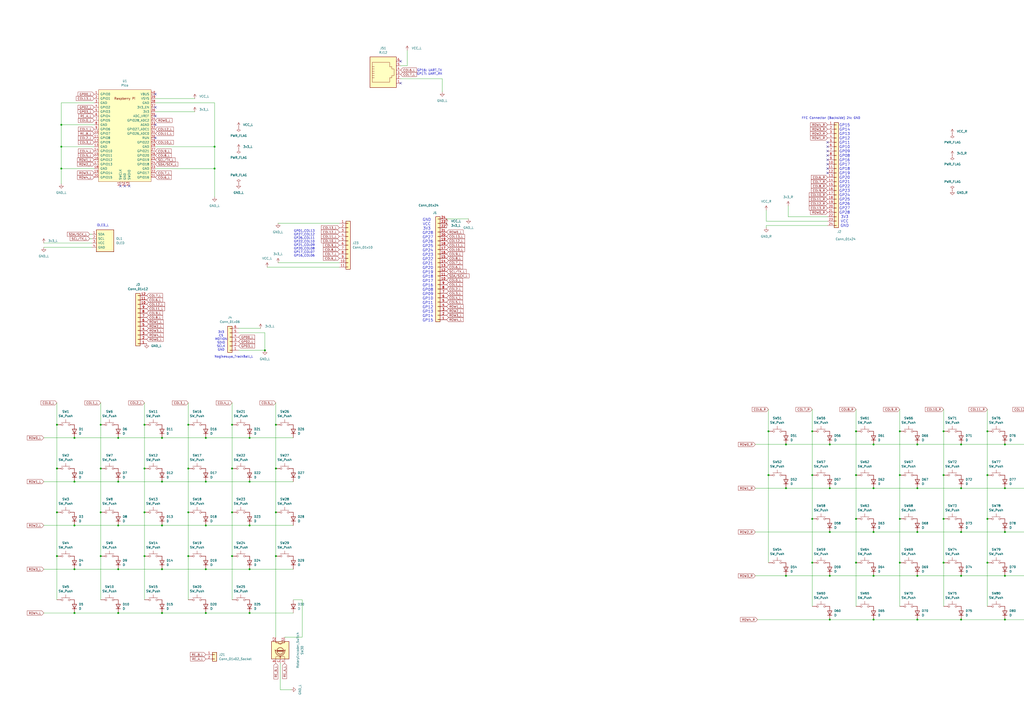
<source format=kicad_sch>
(kicad_sch (version 20250114) (generator "eeschema") (generator_version "9.0")
  (paper "A2")
  (text "GND                                                                                 \nVCC                                                                                 \n3V3                                                                                 \nGP28                                                                                \nGP27                                                                                \nGP26                                                                                \nGP25                                                                                \nGP24                                                                                \nGP23                                                                                \nGP22                                                                                \nGP21                                                                                \nGP20                                                                                \nGP19                                                                                \nGP18                                                                                \nGP17                                                                                \nGP16                                                                                \nGP08                                                                                \nGP09                                                                                \nGP10                                                                                \nGP11                                                                                \nGP12                                                                                \nGP13                                                                                \nGP14                                                                                \nGP15                                                                                \n" (at 296.164 156.718 0) (effects (font (size 1.5748 1.5748))))
  (text "OLED_L" (at 59.69 130.81 0) (effects (font (size 1.27 1.27))))
  (text "GP16: UART_TX\nGP17: UART_RX" (at 249.174 41.91 0) (effects (font (size 1.27 1.27))))
  (text "FFC Connector (Backside) 24: GND" (at 482.092 68.58 0) (effects (font (size 1.27 1.27))))
  (text "GP01_COL13\nGP27_COL12\nGP26_COL11\nGP22_COL10\nGP21_COL09\nGP20_COL08\nGP17_COL07\nGP16_COL06" (at 176.53 141.224 0) (effects (font (size 1.27 1.27))))
  (text "GP15\nGP14\nGP13\nGP12\nGP11\nGP10\nGP09\nGP08\nGP16\nGP17\nGP18\nGP19\nGP20\nGP21\nGP22\nGP23\nGP24\nGP25\nGP26\nGP27\nGP28\n3V3\nVCC\nGND\n" (at 489.966 101.854 0) (effects (font (size 1.5748 1.5748))))
  (text "3V3\nCS\nMOTION\nSDIO\nSCLK\nGND" (at 128.27 197.866 0) (effects (font (size 1.27 1.27))))
  (text "Nogikesuya_TrackBall_L" (at 135.636 207.01 0) (effects (font (size 1.27 1.27))))
  (junction (at 582.93 359.41))
  (junction (at 532.13 359.41))
  (junction (at 33.02 271.78))
  (junction (at 608.33 257.81))
  (junction (at 109.22 271.78))
  (junction (at 582.93 334.01))
  (junction (at 160.02 271.78))
  (junction (at 83.82 297.18))
  (junction (at 532.13 257.81))
  (junction (at 35.56 72.39))
  (junction (at 58.42 271.78))
  (junction (at 35.56 97.79))
  (junction (at 623.57 300.99))
  (junction (at 455.93 257.81))
  (junction (at 144.78 279.4))
  (junction (at 144.78 304.8))
  (junction (at 144.78 254))
  (junction (at 598.17 275.59))
  (junction (at 134.62 297.18))
  (junction (at 572.77 326.39))
  (junction (at 582.93 257.81))
  (junction (at 109.22 297.18))
  (junction (at 33.02 322.58))
  (junction (at 160.02 297.18))
  (junction (at 598.17 250.19))
  (junction (at 445.77 275.59))
  (junction (at 124.46 97.79))
  (junction (at 506.73 359.41))
  (junction (at 532.13 334.01))
  (junction (at 572.77 300.99))
  (junction (at 119.38 355.6))
  (junction (at 83.82 271.78))
  (junction (at 471.17 326.39))
  (junction (at 68.58 330.2))
  (junction (at 33.02 297.18))
  (junction (at 33.02 246.38))
  (junction (at 455.93 283.21))
  (junction (at 93.98 355.6))
  (junction (at 93.98 330.2))
  (junction (at 109.22 246.38))
  (junction (at 83.82 322.58))
  (junction (at 43.18 279.4))
  (junction (at 582.93 308.61))
  (junction (at 58.42 297.18))
  (junction (at 582.93 283.21))
  (junction (at 93.98 279.4))
  (junction (at 572.77 250.19))
  (junction (at 547.37 250.19))
  (junction (at 134.62 271.78))
  (junction (at 506.73 334.01))
  (junction (at 119.38 304.8))
  (junction (at 160.02 246.38))
  (junction (at 43.18 330.2))
  (junction (at 119.38 254))
  (junction (at 547.37 326.39))
  (junction (at 557.53 257.81))
  (junction (at 608.33 334.01))
  (junction (at 608.33 308.61))
  (junction (at 481.33 359.41))
  (junction (at 35.56 85.09))
  (junction (at 93.98 304.8))
  (junction (at 481.33 283.21))
  (junction (at 134.62 322.58))
  (junction (at 445.77 250.19))
  (junction (at 496.57 326.39))
  (junction (at 481.33 308.61))
  (junction (at 144.78 330.2))
  (junction (at 109.22 322.58))
  (junction (at 598.17 300.99))
  (junction (at 455.93 334.01))
  (junction (at 68.58 279.4))
  (junction (at 153.67 203.2))
  (junction (at 496.57 250.19))
  (junction (at 506.73 283.21))
  (junction (at 557.53 359.41))
  (junction (at 598.17 326.39))
  (junction (at 608.33 283.21))
  (junction (at 623.57 326.39))
  (junction (at 144.78 355.6))
  (junction (at 623.57 275.59))
  (junction (at 623.57 250.19))
  (junction (at 68.58 304.8))
  (junction (at 83.82 246.38))
  (junction (at 506.73 308.61))
  (junction (at 58.42 246.38))
  (junction (at 68.58 254))
  (junction (at 547.37 275.59))
  (junction (at 43.18 355.6))
  (junction (at 506.73 257.81))
  (junction (at 521.97 250.19))
  (junction (at 608.33 359.41))
  (junction (at 160.02 322.58))
  (junction (at 521.97 275.59))
  (junction (at 119.38 330.2))
  (junction (at 521.97 300.99))
  (junction (at 58.42 322.58))
  (junction (at 557.53 334.01))
  (junction (at 43.18 254))
  (junction (at 481.33 334.01))
  (junction (at 547.37 300.99))
  (junction (at 496.57 275.59))
  (junction (at 471.17 250.19))
  (junction (at 119.38 279.4))
  (junction (at 496.57 300.99))
  (junction (at 532.13 308.61))
  (junction (at 43.18 304.8))
  (junction (at 557.53 283.21))
  (junction (at 471.17 275.59))
  (junction (at 68.58 355.6))
  (junction (at 521.97 326.39))
  (junction (at 557.53 308.61))
  (junction (at 124.46 85.09))
  (junction (at 481.33 257.81))
  (junction (at 532.13 283.21))
  (junction (at 572.77 275.59))
  (junction (at 134.62 246.38))
  (junction (at 471.17 300.99))
  (junction (at 93.98 254))
  (no_connect (at 480.06 100.33))
  (no_connect (at 480.06 97.79))
  (no_connect (at 72.39 107.95))
  (no_connect (at 90.17 67.31))
  (no_connect (at 232.41 35.56))
  (no_connect (at 480.06 92.71))
  (no_connect (at 232.41 48.26))
  (no_connect (at 90.17 80.01))
  (no_connect (at 480.06 87.63))
  (no_connect (at 90.17 54.61))
  (no_connect (at 74.93 107.95))
  (no_connect (at 69.85 107.95))
  (no_connect (at 90.17 72.39))
  (no_connect (at 480.06 85.09))
  (no_connect (at 90.17 62.23))
  (no_connect (at 480.06 82.55))
  (no_connect (at 480.06 90.17))
  (no_connect (at 480.06 95.25))
  (wire (pts (xy 52.07 138.43) (xy 53.34 138.43)))
  (wire (pts (xy 35.56 59.69) (xy 35.56 72.39)))
  (wire (pts (xy 481.33 334.01) (xy 506.73 334.01)))
  (wire (pts (xy 598.17 326.39) (xy 598.17 351.79)))
  (wire (pts (xy 154.94 154.94) (xy 196.85 154.94)))
  (wire (pts (xy 124.46 59.69) (xy 124.46 85.09)))
  (wire (pts (xy 506.73 283.21) (xy 532.13 283.21)))
  (wire (pts (xy 547.37 250.19) (xy 547.37 275.59)))
  (wire (pts (xy 119.38 355.6) (xy 144.78 355.6)))
  (wire (pts (xy 582.93 257.81) (xy 608.33 257.81)))
  (wire (pts (xy 124.46 97.79) (xy 124.46 114.3)))
  (wire (pts (xy 481.33 359.41) (xy 506.73 359.41)))
  (wire (pts (xy 480.06 125.73) (xy 457.2 125.73)))
  (wire (pts (xy 445.77 275.59) (xy 445.77 326.39)))
  (wire (pts (xy 68.58 279.4) (xy 93.98 279.4)))
  (wire (pts (xy 439.42 359.41) (xy 481.33 359.41)))
  (wire (pts (xy 623.57 250.19) (xy 623.57 275.59)))
  (wire (pts (xy 119.38 330.2) (xy 144.78 330.2)))
  (wire (pts (xy 160.02 233.68) (xy 160.02 246.38)))
  (wire (pts (xy 33.02 297.18) (xy 33.02 322.58)))
  (wire (pts (xy 608.33 308.61) (xy 633.73 308.61)))
  (wire (pts (xy 532.13 257.81) (xy 557.53 257.81)))
  (wire (pts (xy 165.1 369.57) (xy 175.26 369.57)))
  (wire (pts (xy 68.58 254) (xy 93.98 254)))
  (wire (pts (xy 35.56 97.79) (xy 54.61 97.79)))
  (wire (pts (xy 521.97 300.99) (xy 521.97 326.39)))
  (wire (pts (xy 160.02 297.18) (xy 160.02 322.58)))
  (wire (pts (xy 582.93 334.01) (xy 608.33 334.01)))
  (wire (pts (xy 532.13 283.21) (xy 557.53 283.21)))
  (wire (pts (xy 58.42 233.68) (xy 58.42 246.38)))
  (wire (pts (xy 444.5 121.92) (xy 444.5 128.27)))
  (wire (pts (xy 119.38 279.4) (xy 144.78 279.4)))
  (wire (pts (xy 557.53 359.41) (xy 582.93 359.41)))
  (wire (pts (xy 236.22 29.21) (xy 236.22 38.1)))
  (wire (pts (xy 162.56 384.81) (xy 162.56 400.05)))
  (wire (pts (xy 83.82 297.18) (xy 83.82 322.58)))
  (wire (pts (xy 43.18 330.2) (xy 68.58 330.2)))
  (wire (pts (xy 557.53 308.61) (xy 582.93 308.61)))
  (wire (pts (xy 608.33 334.01) (xy 633.73 334.01)))
  (wire (pts (xy 256.54 45.72) (xy 256.54 53.34)))
  (wire (pts (xy 35.56 97.79) (xy 35.56 106.68)))
  (wire (pts (xy 134.62 297.18) (xy 134.62 322.58)))
  (wire (pts (xy 83.82 322.58) (xy 83.82 347.98)))
  (wire (pts (xy 532.13 334.01) (xy 557.53 334.01)))
  (wire (pts (xy 438.15 334.01) (xy 455.93 334.01)))
  (wire (pts (xy 471.17 326.39) (xy 471.17 351.79)))
  (wire (pts (xy 598.17 300.99) (xy 598.17 326.39)))
  (wire (pts (xy 109.22 271.78) (xy 109.22 297.18)))
  (wire (pts (xy 83.82 233.68) (xy 83.82 246.38)))
  (wire (pts (xy 90.17 85.09) (xy 124.46 85.09)))
  (wire (pts (xy 598.17 275.59) (xy 598.17 300.99)))
  (wire (pts (xy 521.97 237.49) (xy 521.97 250.19)))
  (wire (pts (xy 547.37 237.49) (xy 547.37 250.19)))
  (wire (pts (xy 521.97 326.39) (xy 521.97 351.79)))
  (wire (pts (xy 444.5 130.81) (xy 480.06 130.81)))
  (wire (pts (xy 138.43 190.5) (xy 151.13 190.5)))
  (wire (pts (xy 471.17 275.59) (xy 471.17 300.99)))
  (wire (pts (xy 58.42 271.78) (xy 58.42 297.18)))
  (wire (pts (xy 83.82 271.78) (xy 83.82 297.18)))
  (wire (pts (xy 119.38 304.8) (xy 144.78 304.8)))
  (wire (pts (xy 35.56 59.69) (xy 54.61 59.69)))
  (wire (pts (xy 608.33 359.41) (xy 633.73 359.41)))
  (wire (pts (xy 33.02 233.68) (xy 33.02 246.38)))
  (wire (pts (xy 557.53 257.81) (xy 582.93 257.81)))
  (wire (pts (xy 35.56 85.09) (xy 35.56 97.79)))
  (wire (pts (xy 572.77 237.49) (xy 572.77 250.19)))
  (wire (pts (xy 144.78 355.6) (xy 170.18 355.6)))
  (wire (pts (xy 572.77 250.19) (xy 572.77 275.59)))
  (wire (pts (xy 608.33 257.81) (xy 633.73 257.81)))
  (wire (pts (xy 557.53 283.21) (xy 582.93 283.21)))
  (wire (pts (xy 25.4 143.51) (xy 53.34 143.51)))
  (wire (pts (xy 52.07 135.89) (xy 53.34 135.89)))
  (wire (pts (xy 608.33 283.21) (xy 633.73 283.21)))
  (wire (pts (xy 161.29 152.4) (xy 196.85 152.4)))
  (wire (pts (xy 134.62 322.58) (xy 134.62 347.98)))
  (wire (pts (xy 93.98 330.2) (xy 119.38 330.2)))
  (wire (pts (xy 496.57 275.59) (xy 496.57 300.99)))
  (wire (pts (xy 481.33 283.21) (xy 506.73 283.21)))
  (wire (pts (xy 33.02 271.78) (xy 33.02 297.18)))
  (wire (pts (xy 35.56 72.39) (xy 35.56 85.09)))
  (wire (pts (xy 160.02 271.78) (xy 160.02 297.18)))
  (wire (pts (xy 35.56 72.39) (xy 54.61 72.39)))
  (wire (pts (xy 90.17 97.79) (xy 124.46 97.79)))
  (wire (pts (xy 109.22 233.68) (xy 109.22 246.38)))
  (wire (pts (xy 175.26 347.98) (xy 170.18 347.98)))
  (wire (pts (xy 162.56 400.05) (xy 168.91 400.05)))
  (wire (pts (xy 547.37 326.39) (xy 547.37 351.79)))
  (wire (pts (xy 455.93 283.21) (xy 481.33 283.21)))
  (wire (pts (xy 572.77 300.99) (xy 572.77 326.39)))
  (wire (pts (xy 496.57 237.49) (xy 496.57 250.19)))
  (wire (pts (xy 25.4 254) (xy 43.18 254)))
  (wire (pts (xy 93.98 355.6) (xy 119.38 355.6)))
  (wire (pts (xy 33.02 246.38) (xy 33.02 271.78)))
  (wire (pts (xy 153.67 203.2) (xy 138.43 203.2)))
  (wire (pts (xy 160.02 322.58) (xy 160.02 369.57)))
  (wire (pts (xy 496.57 300.99) (xy 496.57 326.39)))
  (wire (pts (xy 144.78 254) (xy 170.18 254)))
  (wire (pts (xy 161.29 129.54) (xy 196.85 129.54)))
  (wire (pts (xy 598.17 250.19) (xy 598.17 275.59)))
  (wire (pts (xy 582.93 283.21) (xy 608.33 283.21)))
  (wire (pts (xy 506.73 359.41) (xy 532.13 359.41)))
  (wire (pts (xy 623.57 275.59) (xy 623.57 300.99)))
  (wire (pts (xy 506.73 308.61) (xy 532.13 308.61)))
  (wire (pts (xy 532.13 359.41) (xy 557.53 359.41)))
  (wire (pts (xy 68.58 304.8) (xy 93.98 304.8)))
  (wire (pts (xy 471.17 250.19) (xy 471.17 275.59)))
  (wire (pts (xy 58.42 322.58) (xy 58.42 347.98)))
  (wire (pts (xy 444.5 132.08) (xy 444.5 130.81)))
  (wire (pts (xy 481.33 257.81) (xy 506.73 257.81)))
  (wire (pts (xy 572.77 275.59) (xy 572.77 300.99)))
  (wire (pts (xy 506.73 257.81) (xy 532.13 257.81)))
  (wire (pts (xy 43.18 355.6) (xy 68.58 355.6)))
  (wire (pts (xy 134.62 271.78) (xy 134.62 297.18)))
  (wire (pts (xy 138.43 193.04) (xy 153.67 193.04)))
  (wire (pts (xy 109.22 297.18) (xy 109.22 322.58)))
  (wire (pts (xy 175.26 369.57) (xy 175.26 347.98)))
  (wire (pts (xy 438.15 283.21) (xy 455.93 283.21)))
  (wire (pts (xy 521.97 275.59) (xy 521.97 300.99)))
  (wire (pts (xy 623.57 300.99) (xy 623.57 326.39)))
  (wire (pts (xy 160.02 246.38) (xy 160.02 271.78)))
  (wire (pts (xy 547.37 300.99) (xy 547.37 326.39)))
  (wire (pts (xy 271.78 127) (xy 259.08 127)))
  (wire (pts (xy 93.98 304.8) (xy 119.38 304.8)))
  (wire (pts (xy 481.33 308.61) (xy 506.73 308.61)))
  (wire (pts (xy 444.5 128.27) (xy 480.06 128.27)))
  (wire (pts (xy 623.57 326.39) (xy 623.57 351.79)))
  (wire (pts (xy 438.15 308.61) (xy 481.33 308.61)))
  (wire (pts (xy 43.18 279.4) (xy 68.58 279.4)))
  (wire (pts (xy 521.97 250.19) (xy 521.97 275.59)))
  (wire (pts (xy 623.57 237.49) (xy 623.57 250.19)))
  (wire (pts (xy 124.46 85.09) (xy 124.46 97.79)))
  (wire (pts (xy 124.46 59.69) (xy 90.17 59.69)))
  (wire (pts (xy 471.17 300.99) (xy 471.17 326.39)))
  (wire (pts (xy 25.4 140.97) (xy 53.34 140.97)))
  (wire (pts (xy 83.82 246.38) (xy 83.82 271.78)))
  (wire (pts (xy 43.18 304.8) (xy 68.58 304.8)))
  (wire (pts (xy 532.13 308.61) (xy 557.53 308.61)))
  (wire (pts (xy 25.4 330.2) (xy 43.18 330.2)))
  (wire (pts (xy 153.67 193.04) (xy 153.67 203.2)))
  (wire (pts (xy 68.58 330.2) (xy 93.98 330.2)))
  (wire (pts (xy 144.78 304.8) (xy 170.18 304.8)))
  (wire (pts (xy 232.41 45.72) (xy 256.54 45.72)))
  (wire (pts (xy 25.4 279.4) (xy 43.18 279.4)))
  (wire (pts (xy 25.4 355.6) (xy 43.18 355.6)))
  (wire (pts (xy 506.73 334.01) (xy 532.13 334.01)))
  (wire (pts (xy 438.15 257.81) (xy 455.93 257.81)))
  (wire (pts (xy 496.57 326.39) (xy 496.57 351.79)))
  (wire (pts (xy 25.4 304.8) (xy 43.18 304.8)))
  (wire (pts (xy 582.93 359.41) (xy 608.33 359.41)))
  (wire (pts (xy 43.18 254) (xy 68.58 254)))
  (wire (pts (xy 144.78 279.4) (xy 170.18 279.4)))
  (wire (pts (xy 90.17 57.15) (xy 113.03 57.15)))
  (wire (pts (xy 109.22 246.38) (xy 109.22 271.78)))
  (wire (pts (xy 598.17 237.49) (xy 598.17 250.19)))
  (wire (pts (xy 93.98 279.4) (xy 119.38 279.4)))
  (wire (pts (xy 134.62 246.38) (xy 134.62 271.78)))
  (wire (pts (xy 457.2 125.73) (xy 457.2 119.38)))
  (wire (pts (xy 90.17 64.77) (xy 113.03 64.77)))
  (wire (pts (xy 496.57 250.19) (xy 496.57 275.59)))
  (wire (pts (xy 109.22 322.58) (xy 109.22 347.98)))
  (wire (pts (xy 236.22 38.1) (xy 232.41 38.1)))
  (wire (pts (xy 33.02 322.58) (xy 33.02 347.98)))
  (wire (pts (xy 68.58 355.6) (xy 93.98 355.6)))
  (wire (pts (xy 455.93 334.01) (xy 481.33 334.01)))
  (wire (pts (xy 557.53 334.01) (xy 582.93 334.01)))
  (wire (pts (xy 144.78 330.2) (xy 170.18 330.2)))
  (wire (pts (xy 134.62 233.68) (xy 134.62 246.38)))
  (wire (pts (xy 582.93 308.61) (xy 608.33 308.61)))
  (wire (pts (xy 58.42 246.38) (xy 58.42 271.78)))
  (wire (pts (xy 93.98 254) (xy 119.38 254)))
  (wire (pts (xy 471.17 237.49) (xy 471.17 250.19)))
  (wire (pts (xy 572.77 326.39) (xy 572.77 351.79)))
  (wire (pts (xy 445.77 237.49) (xy 445.77 250.19)))
  (wire (pts (xy 54.61 85.09) (xy 35.56 85.09)))
  (wire (pts (xy 547.37 275.59) (xy 547.37 300.99)))
  (wire (pts (xy 445.77 250.19) (xy 445.77 275.59)))
  (wire (pts (xy 119.38 254) (xy 144.78 254)))
  (wire (pts (xy 58.42 297.18) (xy 58.42 322.58)))
  (wire (pts (xy 455.93 257.81) (xy 481.33 257.81)))
  (global_label "COL6_L" (shape input) (at 259.08 154.94 0) (property "Intersheetrefs" "${INTERSHEET_REFS}" (effects (hide yes))))
  (global_label "ROW1_R" (shape input) (at 438.15 283.21 180) (property "Intersheetrefs" "${INTERSHEET_REFS}" (effects (hide yes))))
  (global_label "COL2_L" (shape input) (at 83.82 233.68 180) (property "Intersheetrefs" "${INTERSHEET_REFS}" (effects (hide yes))))
  (global_label "COL9_L" (shape input) (at 90.17 87.63 0) (property "Intersheetrefs" "${INTERSHEET_REFS}" (effects (hide yes))))
  (global_label "ROW2_R" (shape input) (at 480.06 77.47 180) (property "Intersheetrefs" "${INTERSHEET_REFS}" (effects (hide yes))))
  (global_label "ROW2_L" (shape input) (at 85.09 189.23 0) (property "Intersheetrefs" "${INTERSHEET_REFS}" (effects (hide yes))))
  (global_label "GP00_L" (shape input) (at 138.43 195.58 0) (property "Intersheetrefs" "${INTERSHEET_REFS}" (effects (hide yes))))
  (global_label "COL8_R" (shape input) (at 496.57 237.49 180) (property "Intersheetrefs" "${INTERSHEET_REFS}" (effects (hide yes))))
  (global_label "COL6_L" (shape input) (at 85.09 173.99 0) (property "Intersheetrefs" "${INTERSHEET_REFS}" (effects (hide yes))))
  (global_label "COL7_L" (shape input) (at 232.41 43.18 0) (property "Intersheetrefs" "${INTERSHEET_REFS}" (effects (hide yes))))
  (global_label "COL12_L" (shape input) (at 85.09 176.53 0) (property "Intersheetrefs" "${INTERSHEET_REFS}" (effects (hide yes))))
  (global_label "ROW4_R" (shape input) (at 480.06 72.39 180) (property "Intersheetrefs" "${INTERSHEET_REFS}" (effects (hide yes))))
  (global_label "RE_A_L" (shape input) (at 119.38 382.27 180) (property "Intersheetrefs" "${INTERSHEET_REFS}" (effects (hide yes))))
  (global_label "COL4_L" (shape input) (at 54.61 87.63 180) (property "Intersheetrefs" "${INTERSHEET_REFS}" (effects (hide yes))))
  (global_label "COL6_R" (shape input) (at 445.77 237.49 180) (property "Intersheetrefs" "${INTERSHEET_REFS}" (effects (hide yes))))
  (global_label "COL12_L" (shape input) (at 259.08 139.7 0) (property "Intersheetrefs" "${INTERSHEET_REFS}" (effects (hide yes))))
  (global_label "COL2_L" (shape input) (at 54.61 80.01 180) (property "Intersheetrefs" "${INTERSHEET_REFS}" (effects (hide yes))))
  (global_label "COL10_L" (shape input) (at 259.08 144.78 0) (property "Intersheetrefs" "${INTERSHEET_REFS}" (effects (hide yes))))
  (global_label "COL5_L" (shape input) (at 54.61 90.17 180) (property "Intersheetrefs" "${INTERSHEET_REFS}" (effects (hide yes))))
  (global_label "COL8_L" (shape input) (at 85.09 184.15 0) (property "Intersheetrefs" "${INTERSHEET_REFS}" (effects (hide yes))))
  (global_label "RE_A_L" (shape input) (at 165.1 384.81 270) (property "Intersheetrefs" "${INTERSHEET_REFS}" (effects (hide yes))))
  (global_label "GP03_L" (shape input) (at 138.43 200.66 0) (property "Intersheetrefs" "${INTERSHEET_REFS}" (effects (hide yes))))
  (global_label "COL7_L" (shape input) (at 259.08 152.4 0) (property "Intersheetrefs" "${INTERSHEET_REFS}" (effects (hide yes))))
  (global_label "COL1_L" (shape input) (at 58.42 233.68 180) (property "Intersheetrefs" "${INTERSHEET_REFS}" (effects (hide yes))))
  (global_label "COL13_L" (shape input) (at 196.85 132.08 180) (property "Intersheetrefs" "${INTERSHEET_REFS}" (effects (hide yes))))
  (global_label "COL3_L" (shape input) (at 109.22 233.68 180) (property "Intersheetrefs" "${INTERSHEET_REFS}" (effects (hide yes))))
  (global_label "GP03_L" (shape input) (at 54.61 64.77 180) (property "Intersheetrefs" "${INTERSHEET_REFS}" (effects (hide yes))))
  (global_label "COL8_L" (shape input) (at 196.85 144.78 180) (property "Intersheetrefs" "${INTERSHEET_REFS}" (effects (hide yes))))
  (global_label "SCL{slash}TX_L" (shape input) (at 52.07 138.43 180) (property "Intersheetrefs" "${INTERSHEET_REFS}" (effects (hide yes))))
  (global_label "RE_B_L" (shape input) (at 160.02 384.81 270) (property "Intersheetrefs" "${INTERSHEET_REFS}" (effects (hide yes))))
  (global_label "COL7_R" (shape input) (at 471.17 237.49 180) (property "Intersheetrefs" "${INTERSHEET_REFS}" (effects (hide yes))))
  (global_label "ROW1_L" (shape input) (at 259.08 177.8 0) (property "Intersheetrefs" "${INTERSHEET_REFS}" (effects (hide yes))))
  (global_label "COL7_L" (shape input) (at 90.17 100.33 0) (property "Intersheetrefs" "${INTERSHEET_REFS}" (effects (hide yes))))
  (global_label "RE_B_L" (shape input) (at 54.61 77.47 180) (property "Intersheetrefs" "${INTERSHEET_REFS}" (effects (hide yes))))
  (global_label "COL5_L" (shape input) (at 160.02 233.68 180) (property "Intersheetrefs" "${INTERSHEET_REFS}" (effects (hide yes))))
  (global_label "COL12_L" (shape input) (at 90.17 74.93 0) (property "Intersheetrefs" "${INTERSHEET_REFS}" (effects (hide yes))))
  (global_label "COL1_L" (shape input) (at 259.08 165.1 0) (property "Intersheetrefs" "${INTERSHEET_REFS}" (effects (hide yes))))
  (global_label "COL1_L" (shape input) (at 54.61 74.93 180) (property "Intersheetrefs" "${INTERSHEET_REFS}" (effects (hide yes))))
  (global_label "ROW3_R" (shape input) (at 438.15 334.01 180) (property "Intersheetrefs" "${INTERSHEET_REFS}" (effects (hide yes))))
  (global_label "COL6_R" (shape input) (at 480.06 102.87 180) (property "Intersheetrefs" "${INTERSHEET_REFS}" (effects (hide yes))))
  (global_label "ROW4_L" (shape input) (at 85.09 194.31 0) (property "Intersheetrefs" "${INTERSHEET_REFS}" (effects (hide yes))))
  (global_label "COL13_L" (shape input) (at 259.08 137.16 0) (property "Intersheetrefs" "${INTERSHEET_REFS}" (effects (hide yes))))
  (global_label "ROW0_L" (shape input) (at 259.08 134.62 0) (property "Intersheetrefs" "${INTERSHEET_REFS}" (effects (hide yes))))
  (global_label "ROW3_L" (shape input) (at 259.08 182.88 0) (property "Intersheetrefs" "${INTERSHEET_REFS}" (effects (hide yes))))
  (global_label "GP02_L" (shape input) (at 138.43 198.12 0) (property "Intersheetrefs" "${INTERSHEET_REFS}" (effects (hide yes))))
  (global_label "ROW3_L" (shape input) (at 25.4 330.2 180) (property "Intersheetrefs" "${INTERSHEET_REFS}" (effects (hide yes))))
  (global_label "ROW0_L" (shape input) (at 90.17 69.85 0) (property "Intersheetrefs" "${INTERSHEET_REFS}" (effects (hide yes))))
  (global_label "SDA{slash}SCK_L" (shape input) (at 52.07 135.89 180) (property "Intersheetrefs" "${INTERSHEET_REFS}" (effects (hide yes))))
  (global_label "COL13_L" (shape input) (at 54.61 57.15 180) (property "Intersheetrefs" "${INTERSHEET_REFS}" (effects (hide yes))))
  (global_label "ROW0_L" (shape input) (at 85.09 196.85 0) (property "Intersheetrefs" "${INTERSHEET_REFS}" (effects (hide yes))))
  (global_label "COL11_R" (shape input) (at 572.77 237.49 180) (property "Intersheetrefs" "${INTERSHEET_REFS}" (effects (hide yes))))
  (global_label "ROW4_L" (shape input) (at 54.61 102.87 180) (property "Intersheetrefs" "${INTERSHEET_REFS}" (effects (hide yes))))
  (global_label "SDA{slash}SCK_L" (shape input) (at 90.17 95.25 0) (property "Intersheetrefs" "${INTERSHEET_REFS}" (effects (hide yes))))
  (global_label "GP00_L" (shape input) (at 54.61 54.61 180) (property "Intersheetrefs" "${INTERSHEET_REFS}" (effects (hide yes))))
  (global_label "COL12_R" (shape input) (at 480.06 118.11 180) (property "Intersheetrefs" "${INTERSHEET_REFS}" (effects (hide yes))))
  (global_label "COL12_R" (shape input) (at 598.17 237.49 180) (property "Intersheetrefs" "${INTERSHEET_REFS}" (effects (hide yes))))
  (global_label "ROW3_L" (shape input) (at 85.09 191.77 0) (property "Intersheetrefs" "${INTERSHEET_REFS}" (effects (hide yes))))
  (global_label "ROW1_L" (shape input) (at 85.09 186.69 0) (property "Intersheetrefs" "${INTERSHEET_REFS}" (effects (hide yes))))
  (global_label "ROW2_L" (shape input) (at 25.4 304.8 180) (property "Intersheetrefs" "${INTERSHEET_REFS}" (effects (hide yes))))
  (global_label "COL9_L" (shape input) (at 85.09 181.61 0) (property "Intersheetrefs" "${INTERSHEET_REFS}" (effects (hide yes))))
  (global_label "COL10_L" (shape input) (at 196.85 139.7 180) (property "Intersheetrefs" "${INTERSHEET_REFS}" (effects (hide yes))))
  (global_label "COL9_R" (shape input) (at 480.06 110.49 180) (property "Intersheetrefs" "${INTERSHEET_REFS}" (effects (hide yes))))
  (global_label "ROW4_R" (shape input) (at 439.42 359.41 180) (property "Intersheetrefs" "${INTERSHEET_REFS}" (effects (hide yes))))
  (global_label "COL11_L" (shape input) (at 196.85 137.16 180) (property "Intersheetrefs" "${INTERSHEET_REFS}" (effects (hide yes))))
  (global_label "SDA{slash}SCK_L" (shape input) (at 259.08 160.02 0) (property "Intersheetrefs" "${INTERSHEET_REFS}" (effects (hide yes))))
  (global_label "COL11_L" (shape input) (at 259.08 142.24 0) (property "Intersheetrefs" "${INTERSHEET_REFS}" (effects (hide yes))))
  (global_label "COL11_L" (shape input) (at 90.17 77.47 0) (property "Intersheetrefs" "${INTERSHEET_REFS}" (effects (hide yes))))
  (global_label "ROW0_R" (shape input) (at 480.06 123.19 180) (property "Intersheetrefs" "${INTERSHEET_REFS}" (effects (hide yes))))
  (global_label "COL13_R" (shape input) (at 480.06 120.65 180) (property "Intersheetrefs" "${INTERSHEET_REFS}" (effects (hide yes))))
  (global_label "COL8_L" (shape input) (at 259.08 149.86 0) (property "Intersheetrefs" "${INTERSHEET_REFS}" (effects (hide yes))))
  (global_label "COL6_L" (shape input) (at 90.17 102.87 0) (property "Intersheetrefs" "${INTERSHEET_REFS}" (effects (hide yes))))
  (global_label "ROW1_R" (shape input) (at 480.06 80.01 180) (property "Intersheetrefs" "${INTERSHEET_REFS}" (effects (hide yes))))
  (global_label "ROW2_L" (shape input) (at 259.08 180.34 0) (property "Intersheetrefs" "${INTERSHEET_REFS}" (effects (hide yes))))
  (global_label "ROW4_L" (shape input) (at 259.08 185.42 0) (property "Intersheetrefs" "${INTERSHEET_REFS}" (effects (hide yes))))
  (global_label "ROW0_R" (shape input) (at 438.15 257.81 180) (property "Intersheetrefs" "${INTERSHEET_REFS}" (effects (hide yes))))
  (global_label "COL6_L" (shape input) (at 196.85 149.86 180) (property "Intersheetrefs" "${INTERSHEET_REFS}" (effects (hide yes))))
  (global_label "COL7_R" (shape input) (at 480.06 105.41 180) (property "Intersheetrefs" "${INTERSHEET_REFS}" (effects (hide yes))))
  (global_label "ROW0_L" (shape input) (at 25.4 254 180) (property "Intersheetrefs" "${INTERSHEET_REFS}" (effects (hide yes))))
  (global_label "SCL{slash}TX_L" (shape input) (at 90.17 92.71 0) (property "Intersheetrefs" "${INTERSHEET_REFS}" (effects (hide yes))))
  (global_label "ROW3_L" (shape input) (at 54.61 100.33 180) (property "Intersheetrefs" "${INTERSHEET_REFS}" (effects (hide yes))))
  (global_label "ROW2_R" (shape input) (at 438.15 308.61 180) (property "Intersheetrefs" "${INTERSHEET_REFS}" (effects (hide yes))))
  (global_label "ROW3_R" (shape input) (at 480.06 74.93 180) (property "Intersheetrefs" "${INTERSHEET_REFS}" (effects (hide yes))))
  (global_label "COL0_L" (shape input) (at 54.61 69.85 180) (property "Intersheetrefs" "${INTERSHEET_REFS}" (effects (hide yes))))
  (global_label "COL0_L" (shape input) (at 33.02 233.68 180) (property "Intersheetrefs" "${INTERSHEET_REFS}" (effects (hide yes))))
  (global_label "SCL{slash}TX_L" (shape input) (at 259.08 157.48 0) (property "Intersheetrefs" "${INTERSHEET_REFS}" (effects (hide yes))))
  (global_label "COL6_L" (shape input) (at 232.41 40.64 0) (property "Intersheetrefs" "${INTERSHEET_REFS}" (effects (hide yes))))
  (global_label "COL12_L" (shape input) (at 196.85 134.62 180) (property "Intersheetrefs" "${INTERSHEET_REFS}" (effects (hide yes))))
  (global_label "COL0_L" (shape input) (at 259.08 162.56 0) (property "Intersheetrefs" "${INTERSHEET_REFS}" (effects (hide yes))))
  (global_label "RE_B_L" (shape input) (at 119.38 379.73 180) (property "Intersheetrefs" "${INTERSHEET_REFS}" (effects (hide yes))))
  (global_label "COL5_L" (shape input) (at 259.08 175.26 0) (property "Intersheetrefs" "${INTERSHEET_REFS}" (effects (hide yes))))
  (global_label "COL8_L" (shape input) (at 90.17 90.17 0) (property "Intersheetrefs" "${INTERSHEET_REFS}" (effects (hide yes))))
  (global_label "COL9_R" (shape input) (at 521.97 237.49 180) (property "Intersheetrefs" "${INTERSHEET_REFS}" (effects (hide yes))))
  (global_label "COL10_L" (shape input) (at 90.17 82.55 0) (property "Intersheetrefs" "${INTERSHEET_REFS}" (effects (hide yes))))
  (global_label "GP02_L" (shape input) (at 54.61 62.23 180) (property "Intersheetrefs" "${INTERSHEET_REFS}" (effects (hide yes))))
  (global_label "COL3_L" (shape input) (at 259.08 170.18 0) (property "Intersheetrefs" "${INTERSHEET_REFS}" (effects (hide yes))))
  (global_label "COL3_L" (shape input) (at 54.61 82.55 180) (property "Intersheetrefs" "${INTERSHEET_REFS}" (effects (hide yes))))
  (global_label "COL4_L" (shape input) (at 134.62 233.68 180) (property "Intersheetrefs" "${INTERSHEET_REFS}" (effects (hide yes))))
  (global_label "COL9_L" (shape input) (at 196.85 142.24 180) (property "Intersheetrefs" "${INTERSHEET_REFS}" (effects (hide yes))))
  (global_label "COL11_R" (shape input) (at 480.06 115.57 180) (property "Intersheetrefs" "${INTERSHEET_REFS}" (effects (hide yes))))
  (global_label "RE_A_L" (shape input) (at 54.61 67.31 180) (property "Intersheetrefs" "${INTERSHEET_REFS}" (effects (hide yes))))
  (global_label "COL8_R" (shape input) (at 480.06 107.95 180) (property "Intersheetrefs" "${INTERSHEET_REFS}" (effects (hide yes))))
  (global_label "COL4_L" (shape input) (at 259.08 172.72 0) (property "Intersheetrefs" "${INTERSHEET_REFS}" (effects (hide yes))))
  (global_label "COL10_R" (shape input) (at 547.37 237.49 180) (property "Intersheetrefs" "${INTERSHEET_REFS}" (effects (hide yes))))
  (global_label "ROW1_L" (shape input) (at 25.4 279.4 180) (property "Intersheetrefs" "${INTERSHEET_REFS}" (effects (hide yes))))
  (global_label "ROW2_L" (shape input) (at 54.61 95.25 180) (property "Intersheetrefs" "${INTERSHEET_REFS}" (effects (hide yes))))
  (global_label "COL7_L" (shape input) (at 85.09 171.45 0) (property "Intersheetrefs" "${INTERSHEET_REFS}" (effects (hide yes))))
  (global_label "COL9_L" (shape input) (at 259.08 147.32 0) (property "Intersheetrefs" "${INTERSHEET_REFS}" (effects (hide yes))))
  (global_label "ROW4_L" (shape input) (at 25.4 355.6 180) (property "Intersheetrefs" "${INTERSHEET_REFS}" (effects (hide yes))))
  (global_label "COL2_L" (shape input) (at 259.08 167.64 0) (property "Intersheetrefs" "${INTERSHEET_REFS}" (effects (hide yes))))
  (global_label "COL13_R" (shape input) (at 623.57 237.49 180) (property "Intersheetrefs" "${INTERSHEET_REFS}" (effects (hide yes))))
  (global_label "COL7_L" (shape input) (at 196.85 147.32 180) (property "Intersheetrefs" "${INTERSHEET_REFS}" (effects (hide yes))))
  (global_label "ROW1_L" (shape input) (at 54.61 92.71 180) (property "Intersheetrefs" "${INTERSHEET_REFS}" (effects (hide yes))))
  (global_label "COL10_R" (shape input) (at 480.06 113.03 180) (property "Intersheetrefs" "${INTERSHEET_REFS}" (effects (hide yes))))
  (global_label "COL11_L" (shape input) (at 85.09 179.07 0) (property "Intersheetrefs" "${INTERSHEET_REFS}" (effects (hide yes))))
  (symbol (lib_id "Switch:SW_Push") (at 552.45 275.59 0) (mirror y) (unit 1)
    (property "Reference" "SW72" (at 552.45 267.97 0))
    (property "Value" "SW_Push" (at 552.45 270.51 0))
    (property "Footprint" "Rikkodo_FootPrint:rkd_Asm_ChocV1V2_Hotswap_1u_NM" (effects (hide yes)))
    (property "Description" "Push button switch, generic, two pins" (effects (hide yes)))
  )
  (symbol (lib_id "Switch:SW_Push") (at 552.45 326.39 0) (mirror y) (unit 1)
    (property "Reference" "SW74" (at 552.45 318.77 0))
    (property "Value" "SW_Push" (at 552.45 321.31 0))
    (property "Footprint" "Rikkodo_FootPrint:rkd_Asm_ChocV1V2_Hotswap_1u_NM" (effects (hide yes)))
    (property "Description" "Push button switch, generic, two pins" (effects (hide yes)))
  )
  (symbol (lib_id "Switch:SW_Push") (at 450.85 326.39 0) (mirror y) (unit 1)
    (property "Reference" "SW54" (at 450.85 318.77 0))
    (property "Value" "SW_Push" (at 450.85 321.31 0))
    (property "Footprint" "Rikkodo_FootPrint:rkd_Asm_ChocV1V2_Hotswap_1u_NM" (effects (hide yes)))
    (property "Description" "Push button switch, generic, two pins" (effects (hide yes)))
  )
  (symbol (lib_id "Device:D") (at 119.38 326.39 90) (unit 1)
    (property "Reference" "D19" (at 121.92 325.1199 90) (effects (justify right)))
    (property "Value" "D" (at 121.92 327.6599 90) (effects (justify right)))
    (property "Footprint" "kbd_Parts:Diode_SMD" (effects (hide yes)))
    (property "Description" "Diode" (effects (hide yes)))
    (property "Sim.Device" "D" (effects (hide yes)))
    (property "Sim.Pins" "1=K 2=A" (effects (hide yes)))
  )
  (symbol (lib_id "power:VCC") (at 113.03 57.15 0) (unit 1)
    (property "Reference" "#PWR012" (effects (hide yes)))
    (property "Value" "VCC_L" (at 115.57 55.8799 0) (effects (justify left)))
    (property "Description" "Power symbol creates a global label with name \"VCC\"" (effects (hide yes)))
  )
  (symbol (lib_id "Switch:SW_Push") (at 527.05 300.99 0) (mirror y) (unit 1)
    (property "Reference" "SW68" (at 527.05 293.37 0))
    (property "Value" "SW_Push" (at 527.05 295.91 0))
    (property "Footprint" "Rikkodo_FootPrint:rkd_Asm_ChocV1V2_Hotswap_1u_NM" (effects (hide yes)))
    (property "Description" "Push button switch, generic, two pins" (effects (hide yes)))
  )
  (symbol (lib_id "Device:D") (at 506.73 304.8 90) (unit 1)
    (property "Reference" "D63" (at 509.27 303.5299 90) (effects (justify right)))
    (property "Value" "D" (at 509.27 306.0699 90) (effects (justify right)))
    (property "Footprint" "kbd_Parts:Diode_SMD" (effects (hide yes)))
    (property "Description" "Diode" (effects (hide yes)))
    (property "Sim.Device" "D" (effects (hide yes)))
    (property "Sim.Pins" "1=K 2=A" (effects (hide yes)))
  )
  (symbol (lib_id "Device:D") (at 43.18 300.99 90) (unit 1)
    (property "Reference" "D3" (at 45.72 299.7199 90) (effects (justify right)))
    (property "Value" "D" (at 45.72 302.2599 90) (effects (justify right)))
    (property "Footprint" "kbd_Parts:Diode_SMD" (effects (hide yes)))
    (property "Description" "Diode" (effects (hide yes)))
    (property "Sim.Device" "D" (effects (hide yes)))
    (property "Sim.Pins" "1=K 2=A" (effects (hide yes)))
  )
  (symbol (lib_id "Device:D") (at 119.38 275.59 90) (unit 1)
    (property "Reference" "D17" (at 121.92 274.3199 90) (effects (justify right)))
    (property "Value" "D" (at 121.92 276.8599 90) (effects (justify right)))
    (property "Footprint" "kbd_Parts:Diode_SMD" (effects (hide yes)))
    (property "Description" "Diode" (effects (hide yes)))
    (property "Sim.Device" "D" (effects (hide yes)))
    (property "Sim.Pins" "1=K 2=A" (effects (hide yes)))
  )
  (symbol (lib_id "Switch:SW_Push") (at 165.1 271.78 0) (mirror y) (unit 1)
    (property "Reference" "SW27" (at 165.1 264.16 0))
    (property "Value" "SW_Push" (at 165.1 266.7 0))
    (property "Footprint" "Rikkodo_FootPrint:rkd_Asm_ChocV1V2_Hotswap_1u_NM" (effects (hide yes)))
    (property "Description" "Push button switch, generic, two pins" (effects (hide yes)))
  )
  (symbol (lib_id "power:VCC") (at 113.03 64.77 0) (unit 1)
    (property "Reference" "#PWR013" (effects (hide yes)))
    (property "Value" "3v3_L" (at 115.57 63.4999 0) (effects (justify left)))
    (property "Description" "Power symbol creates a global label with name \"VCC\"" (effects (hide yes)))
  )
  (symbol (lib_id "power:GND") (at 444.5 132.08 0) (unit 1)
    (property "Reference" "#PWR02" (effects (hide yes)))
    (property "Value" "GND_R" (at 444.5 137.16 0))
    (property "Description" "Power symbol creates a global label with name \"GND\" , ground" (effects (hide yes)))
  )
  (symbol (lib_id "Switch:SW_Push") (at 38.1 347.98 0) (mirror y) (unit 1)
    (property "Reference" "SW5" (at 38.1 340.36 0))
    (property "Value" "SW_Push" (at 38.1 342.9 0))
    (property "Footprint" "Rikkodo_FootPrint:rkd_Asm_ChocV1V2_Hotswap_1u_NM" (effects (hide yes)))
    (property "Description" "Push button switch, generic, two pins" (effects (hide yes)))
  )
  (symbol (lib_id "power:VCC") (at 444.5 121.92 0) (unit 1)
    (property "Reference" "#PWR01" (effects (hide yes)))
    (property "Value" "VCC_R" (at 444.5 116.84 0))
    (property "Description" "Power symbol creates a global label with name \"VCC\"" (effects (hide yes)))
  )
  (symbol (lib_id "Switch:SW_Push") (at 577.85 351.79 0) (mirror y) (unit 1)
    (property "Reference" "SW80" (at 577.85 344.17 0))
    (property "Value" "SW_Push" (at 577.85 346.71 0))
    (property "Footprint" "Rikkodo_FootPrint:rkd_Asm_ChocV1V2_Hotswap_1u_NM" (effects (hide yes)))
    (property "Description" "Push button switch, generic, two pins" (effects (hide yes)))
  )
  (symbol (lib_id "Device:D") (at 582.93 355.6 90) (unit 1)
    (property "Reference" "D80" (at 585.47 354.3299 90) (effects (justify right)))
    (property "Value" "D" (at 585.47 356.8699 90) (effects (justify right)))
    (property "Footprint" "kbd_Parts:Diode_SMD" (effects (hide yes)))
    (property "Description" "Diode" (effects (hide yes)))
    (property "Sim.Device" "D" (effects (hide yes)))
    (property "Sim.Pins" "1=K 2=A" (effects (hide yes)))
  )
  (symbol (lib_id "Switch:SW_Push") (at 114.3 297.18 0) (mirror y) (unit 1)
    (property "Reference" "SW18" (at 114.3 289.56 0))
    (property "Value" "SW_Push" (at 114.3 292.1 0))
    (property "Footprint" "Rikkodo_FootPrint:rkd_Asm_ChocV1V2_Hotswap_1u_NM" (effects (hide yes)))
    (property "Description" "Push button switch, generic, two pins" (effects (hide yes)))
  )
  (symbol (lib_id "Device:D") (at 144.78 326.39 90) (unit 1)
    (property "Reference" "D24" (at 147.32 325.1199 90) (effects (justify right)))
    (property "Value" "D" (at 147.32 327.6599 90) (effects (justify right)))
    (property "Footprint" "kbd_Parts:Diode_SMD" (effects (hide yes)))
    (property "Description" "Diode" (effects (hide yes)))
    (property "Sim.Device" "D" (effects (hide yes)))
    (property "Sim.Pins" "1=K 2=A" (effects (hide yes)))
  )
  (symbol (lib_id "power:GND") (at 256.54 53.34 0) (unit 1)
    (property "Reference" "#PWR058" (effects (hide yes)))
    (property "Value" "GND_L" (at 256.54 58.42 0))
    (property "Description" "Power symbol creates a global label with name \"GND\" , ground" (effects (hide yes)))
  )
  (symbol (lib_id "power:GND") (at 168.91 400.05 90) (unit 1)
    (property "Reference" "#PWR016" (effects (hide yes)))
    (property "Value" "GND_L" (at 173.99 400.05 0))
    (property "Description" "Power symbol creates a global label with name \"GND\" , ground" (effects (hide yes)))
  )
  (symbol (lib_id "Device:D") (at 506.73 355.6 90) (unit 1)
    (property "Reference" "D65" (at 509.27 354.3299 90) (effects (justify right)))
    (property "Value" "D" (at 509.27 356.8699 90) (effects (justify right)))
    (property "Footprint" "kbd_Parts:Diode_SMD" (effects (hide yes)))
    (property "Description" "Diode" (effects (hide yes)))
    (property "Sim.Device" "D" (effects (hide yes)))
    (property "Sim.Pins" "1=K 2=A" (effects (hide yes)))
  )
  (symbol (lib_id "Device:D") (at 170.18 275.59 90) (unit 1)
    (property "Reference" "D27" (at 172.72 274.3199 90) (effects (justify right)))
    (property "Value" "D" (at 172.72 276.8599 90) (effects (justify right)))
    (property "Footprint" "kbd_Parts:Diode_SMD" (effects (hide yes)))
    (property "Description" "Diode" (effects (hide yes)))
    (property "Sim.Device" "D" (effects (hide yes)))
    (property "Sim.Pins" "1=K 2=A" (effects (hide yes)))
  )
  (symbol (lib_id "Switch:SW_Push") (at 63.5 271.78 0) (mirror y) (unit 1)
    (property "Reference" "SW7" (at 63.5 264.16 0))
    (property "Value" "SW_Push" (at 63.5 266.7 0))
    (property "Footprint" "Rikkodo_FootPrint:rkd_Asm_ChocV1V2_Hotswap_1u_NM" (effects (hide yes)))
    (property "Description" "Push button switch, generic, two pins" (effects (hide yes)))
  )
  (symbol (lib_id "power:VCC") (at 138.43 86.36 0) (unit 1)
    (property "Reference" "#PWR010" (effects (hide yes)))
    (property "Value" "3v3_L" (at 140.97 85.0899 0) (effects (justify left)))
    (property "Description" "Power symbol creates a global label with name \"VCC\"" (effects (hide yes)))
  )
  (symbol (lib_id "Switch:SW_Push") (at 114.3 271.78 0) (mirror y) (unit 1)
    (property "Reference" "SW17" (at 114.3 264.16 0))
    (property "Value" "SW_Push" (at 114.3 266.7 0))
    (property "Footprint" "Rikkodo_FootPrint:rkd_Asm_ChocV1V2_Hotswap_1u_NM" (effects (hide yes)))
    (property "Description" "Push button switch, generic, two pins" (effects (hide yes)))
  )
  (symbol (lib_id "Switch:SW_Push") (at 628.65 250.19 0) (mirror y) (unit 1)
    (property "Reference" "SW86" (at 628.65 242.57 0))
    (property "Value" "SW_Push" (at 628.65 245.11 0))
    (property "Footprint" "Rikkodo_FootPrint:rkd_Asm_ChocV1V2_Hotswap_1u_NM" (effects (hide yes)))
    (property "Description" "Push button switch, generic, two pins" (effects (hide yes)))
  )
  (symbol (lib_id "power:PWR_FLAG") (at 552.45 90.17 180) (unit 1)
    (property "Reference" "#FLG03" (effects (hide yes)))
    (property "Value" "PWR_FLAG" (at 552.45 95.25 0))
    (property "Description" "Special symbol for telling ERC where power comes from" (effects (hide yes)))
  )
  (symbol (lib_id "Switch:SW_Push") (at 165.1 297.18 0) (mirror y) (unit 1)
    (property "Reference" "SW28" (at 165.1 289.56 0))
    (property "Value" "SW_Push" (at 165.1 292.1 0))
    (property "Footprint" "Rikkodo_FootPrint:rkd_Asm_ChocV1V2_Hotswap_1u_NM" (effects (hide yes)))
    (property "Description" "Push button switch, generic, two pins" (effects (hide yes)))
  )
  (symbol (lib_id "Switch:SW_Push") (at 63.5 347.98 0) (mirror y) (unit 1)
    (property "Reference" "SW10" (at 63.5 340.36 0))
    (property "Value" "SW_Push" (at 63.5 342.9 0))
    (property "Footprint" "Rikkodo_FootPrint:rkd_Asm_ChocV1V2_Hotswap_1u_NM" (effects (hide yes)))
    (property "Description" "Push button switch, generic, two pins" (effects (hide yes)))
  )
  (symbol (lib_id "BrownSugar_KBD:OLED") (at 60.96 139.7 0) (unit 1)
    (property "Reference" "OL1" (at 67.31 138.4299 0) (effects (justify left)))
    (property "Value" "OLED" (at 67.31 140.9699 0) (effects (justify left)))
    (property "Footprint" "BrownSugar_KBD:OLED_center_display" (effects (hide yes)))
  )
  (symbol (lib_id "Switch:SW_Push") (at 114.3 246.38 0) (mirror y) (unit 1)
    (property "Reference" "SW16" (at 114.3 238.76 0))
    (property "Value" "SW_Push" (at 114.3 241.3 0))
    (property "Footprint" "Rikkodo_FootPrint:rkd_Asm_ChocV1V2_Hotswap_1u_NM" (effects (hide yes)))
    (property "Description" "Push button switch, generic, two pins" (effects (hide yes)))
  )
  (symbol (lib_id "Switch:SW_Push") (at 139.7 297.18 0) (mirror y) (unit 1)
    (property "Reference" "SW23" (at 139.7 289.56 0))
    (property "Value" "SW_Push" (at 139.7 292.1 0))
    (property "Footprint" "Rikkodo_FootPrint:rkd_Asm_ChocV1V2_Hotswap_1u_NM" (effects (hide yes)))
    (property "Description" "Push button switch, generic, two pins" (effects (hide yes)))
  )
  (symbol (lib_id "Device:D") (at 119.38 351.79 90) (unit 1)
    (property "Reference" "D20" (at 121.92 350.5199 90) (effects (justify right)))
    (property "Value" "D" (at 121.92 353.0599 90) (effects (justify right)))
    (property "Footprint" "kbd_Parts:Diode_SMD" (effects (hide yes)))
    (property "Description" "Diode" (effects (hide yes)))
    (property "Sim.Device" "D" (effects (hide yes)))
    (property "Sim.Pins" "1=K 2=A" (effects (hide yes)))
  )
  (symbol (lib_id "Connector_Generic:Conn_01x06") (at 133.35 198.12 180) (unit 1)
    (property "Reference" "J4" (at 133.35 184.15 0))
    (property "Value" "Conn_01x06" (at 133.35 186.69 0))
    (property "Footprint" "Connector_FFC-FPC:Hirose_FH12-6S-0.5SH_1x06-1MP_P0.50mm_Horizontal" (effects (hide yes)))
    (property "Description" "Generic connector, single row, 01x06, script generated (kicad-library-utils/schlib/autogen/connector/)" (effects (hide yes)))
  )
  (symbol (lib_id "Device:D") (at 557.53 355.6 90) (unit 1)
    (property "Reference" "D75" (at 560.07 354.3299 90) (effects (justify right)))
    (property "Value" "D" (at 560.07 356.8699 90) (effects (justify right)))
    (property "Footprint" "kbd_Parts:Diode_SMD" (effects (hide yes)))
    (property "Description" "Diode" (effects (hide yes)))
    (property "Sim.Device" "D" (effects (hide yes)))
    (property "Sim.Pins" "1=K 2=A" (effects (hide yes)))
  )
  (symbol (lib_id "Device:D") (at 68.58 275.59 90) (unit 1)
    (property "Reference" "D7" (at 71.12 274.3199 90) (effects (justify right)))
    (property "Value" "D" (at 71.12 276.8599 90) (effects (justify right)))
    (property "Footprint" "kbd_Parts:Diode_SMD" (effects (hide yes)))
    (property "Description" "Diode" (effects (hide yes)))
    (property "Sim.Device" "D" (effects (hide yes)))
    (property "Sim.Pins" "1=K 2=A" (effects (hide yes)))
  )
  (symbol (lib_id "Switch:SW_Push") (at 139.7 271.78 0) (mirror y) (unit 1)
    (property "Reference" "SW22" (at 139.7 264.16 0))
    (property "Value" "SW_Push" (at 139.7 266.7 0))
    (property "Footprint" "Rikkodo_FootPrint:rkd_Asm_ChocV1V2_Hotswap_1u_NM" (effects (hide yes)))
    (property "Description" "Push button switch, generic, two pins" (effects (hide yes)))
  )
  (symbol (lib_id "Device:D") (at 144.78 275.59 90) (unit 1)
    (property "Reference" "D22" (at 147.32 274.3199 90) (effects (justify right)))
    (property "Value" "D" (at 147.32 276.8599 90) (effects (justify right)))
    (property "Footprint" "kbd_Parts:Diode_SMD" (effects (hide yes)))
    (property "Description" "Diode" (effects (hide yes)))
    (property "Sim.Device" "D" (effects (hide yes)))
    (property "Sim.Pins" "1=K 2=A" (effects (hide yes)))
  )
  (symbol (lib_id "Switch:SW_Push") (at 139.7 322.58 0) (mirror y) (unit 1)
    (property "Reference" "SW24" (at 139.7 314.96 0))
    (property "Value" "SW_Push" (at 139.7 317.5 0))
    (property "Footprint" "Rikkodo_FootPrint:rkd_Asm_ChocV1V2_Hotswap_1u_NM" (effects (hide yes)))
    (property "Description" "Push button switch, generic, two pins" (effects (hide yes)))
  )
  (symbol (lib_id "Switch:SW_Push") (at 88.9 246.38 0) (mirror y) (unit 1)
    (property "Reference" "SW11" (at 88.9 238.76 0))
    (property "Value" "SW_Push" (at 88.9 241.3 0))
    (property "Footprint" "Rikkodo_FootPrint:rkd_Asm_ChocV1V2_Hotswap_1u_NM" (effects (hide yes)))
    (property "Description" "Push button switch, generic, two pins" (effects (hide yes)))
  )
  (symbol (lib_id "Device:D") (at 93.98 326.39 90) (unit 1)
    (property "Reference" "D14" (at 96.52 325.1199 90) (effects (justify right)))
    (property "Value" "D" (at 96.52 327.6599 90) (effects (justify right)))
    (property "Footprint" "kbd_Parts:Diode_SMD" (effects (hide yes)))
    (property "Description" "Diode" (effects (hide yes)))
    (property "Sim.Device" "D" (effects (hide yes)))
    (property "Sim.Pins" "1=K 2=A" (effects (hide yes)))
  )
  (symbol (lib_id "Switch:SW_Push") (at 476.25 351.79 0) (mirror y) (unit 1)
    (property "Reference" "SW60" (at 476.25 344.17 0))
    (property "Value" "SW_Push" (at 476.25 346.71 0))
    (property "Footprint" "Rikkodo_FootPrint:rkd_Asm_ChocV1V2_Hotswap_1u_NM" (effects (hide yes)))
    (property "Description" "Push button switch, generic, two pins" (effects (hide yes)))
  )
  (symbol (lib_id "Switch:SW_Push") (at 577.85 250.19 0) (mirror y) (unit 1)
    (property "Reference" "SW76" (at 577.85 242.57 0))
    (property "Value" "SW_Push" (at 577.85 245.11 0))
    (property "Footprint" "Rikkodo_FootPrint:rkd_Asm_ChocV1V2_Hotswap_1u_NM" (effects (hide yes)))
    (property "Description" "Push button switch, generic, two pins" (effects (hide yes)))
  )
  (symbol (lib_id "Switch:SW_Push") (at 88.9 271.78 0) (mirror y) (unit 1)
    (property "Reference" "SW12" (at 88.9 264.16 0))
    (property "Value" "SW_Push" (at 88.9 266.7 0))
    (property "Footprint" "Rikkodo_FootPrint:rkd_Asm_ChocV1V2_Hotswap_1u_NM" (effects (hide yes)))
    (property "Description" "Push button switch, generic, two pins" (effects (hide yes)))
  )
  (symbol (lib_id "Device:D") (at 93.98 250.19 90) (unit 1)
    (property "Reference" "D11" (at 96.52 248.9199 90) (effects (justify right)))
    (property "Value" "D" (at 96.52 251.4599 90) (effects (justify right)))
    (property "Footprint" "kbd_Parts:Diode_SMD" (effects (hide yes)))
    (property "Description" "Diode" (effects (hide yes)))
    (property "Sim.Device" "D" (effects (hide yes)))
    (property "Sim.Pins" "1=K 2=A" (effects (hide yes)))
  )
  (symbol (lib_id "Switch:SW_Push") (at 38.1 271.78 0) (mirror y) (unit 1)
    (property "Reference" "SW2" (at 38.1 264.16 0))
    (property "Value" "SW_Push" (at 38.1 266.7 0))
    (property "Footprint" "Rikkodo_FootPrint:rkd_Asm_ChocV1V2_Hotswap_1u_NM" (effects (hide yes)))
    (property "Description" "Push button switch, generic, two pins" (effects (hide yes)))
  )
  (symbol (lib_id "Device:D") (at 506.73 254 90) (unit 1)
    (property "Reference" "D61" (at 509.27 252.7299 90) (effects (justify right)))
    (property "Value" "D" (at 509.27 255.2699 90) (effects (justify right)))
    (property "Footprint" "kbd_Parts:Diode_SMD" (effects (hide yes)))
    (property "Description" "Diode" (effects (hide yes)))
    (property "Sim.Device" "D" (effects (hide yes)))
    (property "Sim.Pins" "1=K 2=A" (effects (hide yes)))
  )
  (symbol (lib_id "power:VCC") (at 25.4 140.97 0) (unit 1)
    (property "Reference" "#PWR014" (effects (hide yes)))
    (property "Value" "3v3_L" (at 27.94 139.6999 0) (effects (justify left)))
    (property "Description" "Power symbol creates a global label with name \"VCC\"" (effects (hide yes)))
  )
  (symbol (lib_id "Switch:SW_Push") (at 476.25 326.39 0) (mirror y) (unit 1)
    (property "Reference" "SW59" (at 476.25 318.77 0))
    (property "Value" "SW_Push" (at 476.25 321.31 0))
    (property "Footprint" "Rikkodo_FootPrint:rkd_Asm_ChocV1V2_Hotswap_1u_NM" (effects (hide yes)))
    (property "Description" "Push button switch, generic, two pins" (effects (hide yes)))
  )
  (symbol (lib_id "power:VCC") (at 457.2 119.38 0) (unit 1)
    (property "Reference" "#PWR03" (effects (hide yes)))
    (property "Value" "3v3_R" (at 457.2 114.3 0))
    (property "Description" "Power symbol creates a global label with name \"VCC\"" (effects (hide yes)))
  )
  (symbol (lib_id "Switch:SW_Push") (at 552.45 300.99 0) (mirror y) (unit 1)
    (property "Reference" "SW73" (at 552.45 293.37 0))
    (property "Value" "SW_Push" (at 552.45 295.91 0))
    (property "Footprint" "Rikkodo_FootPrint:rkd_Asm_ChocV1V2_Hotswap_1u_NM" (effects (hide yes)))
    (property "Description" "Push button switch, generic, two pins" (effects (hide yes)))
  )
  (symbol (lib_id "power:GND") (at 35.56 106.68 0) (mirror y) (unit 1)
    (property "Reference" "#PWR042" (effects (hide yes)))
    (property "Value" "GND_L" (at 35.56 111.76 0))
    (property "Description" "Power symbol creates a global label with name \"GND\" , ground" (effects (hide yes)))
  )
  (symbol (lib_id "Device:D") (at 43.18 351.79 90) (unit 1)
    (property "Reference" "D5" (at 45.72 350.5199 90) (effects (justify right)))
    (property "Value" "D" (at 45.72 353.0599 90) (effects (justify right)))
    (property "Footprint" "kbd_Parts:Diode_SMD" (effects (hide yes)))
    (property "Description" "Diode" (effects (hide yes)))
    (property "Sim.Device" "D" (effects (hide yes)))
    (property "Sim.Pins" "1=K 2=A" (effects (hide yes)))
  )
  (symbol (lib_id "Device:D") (at 481.33 254 90) (unit 1)
    (property "Reference" "D56" (at 483.87 252.7299 90) (effects (justify right)))
    (property "Value" "D" (at 483.87 255.2699 90) (effects (justify right)))
    (property "Footprint" "kbd_Parts:Diode_SMD" (effects (hide yes)))
    (property "Description" "Diode" (effects (hide yes)))
    (property "Sim.Device" "D" (effects (hide yes)))
    (property "Sim.Pins" "1=K 2=A" (effects (hide yes)))
  )
  (symbol (lib_id "power:VCC") (at 552.45 77.47 0) (unit 1)
    (property "Reference" "#PWR04" (effects (hide yes)))
    (property "Value" "VCC_R" (at 554.99 76.1999 0) (effects (justify left)))
    (property "Description" "Power symbol creates a global label with name \"VCC\"" (effects (hide yes)))
  )
  (symbol (lib_id "Device:D") (at 455.93 279.4 90) (unit 1)
    (property "Reference" "D52" (at 458.47 278.1299 90) (effects (justify right)))
    (property "Value" "D" (at 458.47 280.6699 90) (effects (justify right)))
    (property "Footprint" "kbd_Parts:Diode_SMD" (effects (hide yes)))
    (property "Description" "Diode" (effects (hide yes)))
    (property "Sim.Device" "D" (effects (hide yes)))
    (property "Sim.Pins" "1=K 2=A" (effects (hide yes)))
  )
  (symbol (lib_id "Device:D") (at 608.33 279.4 90) (unit 1)
    (property "Reference" "D82" (at 610.87 278.1299 90) (effects (justify right)))
    (property "Value" "D" (at 610.87 280.6699 90) (effects (justify right)))
    (property "Footprint" "kbd_Parts:Diode_SMD" (effects (hide yes)))
    (property "Description" "Diode" (effects (hide yes)))
    (property "Sim.Device" "D" (effects (hide yes)))
    (property "Sim.Pins" "1=K 2=A" (effects (hide yes)))
  )
  (symbol (lib_id "Switch:SW_Push") (at 603.25 250.19 0) (mirror y) (unit 1)
    (property "Reference" "SW81" (at 603.25 242.57 0))
    (property "Value" "SW_Push" (at 603.25 245.11 0))
    (property "Footprint" "Rikkodo_FootPrint:rkd_Asm_ChocV1V2_Hotswap_1u_NM" (effects (hide yes)))
    (property "Description" "Push button switch, generic, two pins" (effects (hide yes)))
  )
  (symbol (lib_id "Device:D") (at 481.33 279.4 90) (unit 1)
    (property "Reference" "D57" (at 483.87 278.1299 90) (effects (justify right)))
    (property "Value" "D" (at 483.87 280.6699 90) (effects (justify right)))
    (property "Footprint" "kbd_Parts:Diode_SMD" (effects (hide yes)))
    (property "Description" "Diode" (effects (hide yes)))
    (property "Sim.Device" "D" (effects (hide yes)))
    (property "Sim.Pins" "1=K 2=A" (effects (hide yes)))
  )
  (symbol (lib_id "Device:D") (at 557.53 330.2 90) (unit 1)
    (property "Reference" "D74" (at 560.07 328.9299 90) (effects (justify right)))
    (property "Value" "D" (at 560.07 331.4699 90) (effects (justify right)))
    (property "Footprint" "kbd_Parts:Diode_SMD" (effects (hide yes)))
    (property "Description" "Diode" (effects (hide yes)))
    (property "Sim.Device" "D" (effects (hide yes)))
    (property "Sim.Pins" "1=K 2=A" (effects (hide yes)))
  )
  (symbol (lib_id "Device:D") (at 582.93 254 90) (unit 1)
    (property "Reference" "D76" (at 585.47 252.7299 90) (effects (justify right)))
    (property "Value" "D" (at 585.47 255.2699 90) (effects (justify right)))
    (property "Footprint" "kbd_Parts:Diode_SMD" (effects (hide yes)))
    (property "Description" "Diode" (effects (hide yes)))
    (property "Sim.Device" "D" (effects (hide yes)))
    (property "Sim.Pins" "1=K 2=A" (effects (hide yes)))
  )
  (symbol (lib_id "Device:D") (at 481.33 330.2 90) (unit 1)
    (property "Reference" "D59" (at 483.87 328.9299 90) (effects (justify right)))
    (property "Value" "D" (at 483.87 331.4699 90) (effects (justify right)))
    (property "Footprint" "kbd_Parts:Diode_SMD" (effects (hide yes)))
    (property "Description" "Diode" (effects (hide yes)))
    (property "Sim.Device" "D" (effects (hide yes)))
    (property "Sim.Pins" "1=K 2=A" (effects (hide yes)))
  )
  (symbol (lib_id "Device:D") (at 68.58 250.19 90) (unit 1)
    (property "Reference" "D6" (at 71.12 248.9199 90) (effects (justify right)))
    (property "Value" "D" (at 71.12 251.4599 90) (effects (justify right)))
    (property "Footprint" "kbd_Parts:Diode_SMD" (effects (hide yes)))
    (property "Description" "Diode" (effects (hide yes)))
    (property "Sim.Device" "D" (effects (hide yes)))
    (property "Sim.Pins" "1=K 2=A" (effects (hide yes)))
  )
  (symbol (lib_id "Connector_Generic:Conn_01x11") (at 201.93 142.24 0) (unit 1)
    (property "Reference" "J23" (at 204.47 140.9699 0) (effects (justify left)))
    (property "Value" "Conn_01x10" (at 204.47 143.5099 0) (effects (justify left)))
    (property "Footprint" "Connector_PinHeader_2.54mm:PinHeader_1x11_P2.54mm_Vertical" (effects (hide yes)))
    (property "Description" "Generic connector, single row, 01x11, script generated (kicad-library-utils/schlib/autogen/connector/)" (effects (hide yes)))
  )
  (symbol (lib_id "Device:D") (at 170.18 351.79 90) (unit 1)
    (property "Reference" "D30" (at 172.72 350.5199 90) (effects (justify right)))
    (property "Value" "D" (at 172.72 353.0599 90) (effects (justify right)))
    (property "Footprint" "kbd_Parts:Diode_SMD" (effects (hide yes)))
    (property "Description" "Diode" (effects (hide yes)))
    (property "Sim.Device" "D" (effects (hide yes)))
    (property "Sim.Pins" "1=K 2=A" (effects (hide yes)))
  )
  (symbol (lib_id "Switch:SW_Push") (at 165.1 246.38 0) (mirror y) (unit 1)
    (property "Reference" "SW26" (at 165.1 238.76 0))
    (property "Value" "SW_Push" (at 165.1 241.3 0))
    (property "Footprint" "Rikkodo_FootPrint:rkd_Asm_ChocV1V2_Hotswap_1u_NM" (effects (hide yes)))
    (property "Description" "Push button switch, generic, two pins" (effects (hide yes)))
  )
  (symbol (lib_id "Switch:SW_Push") (at 165.1 322.58 0) (mirror y) (unit 1)
    (property "Reference" "SW29" (at 165.1 314.96 0))
    (property "Value" "SW_Push" (at 165.1 317.5 0))
    (property "Footprint" "Rikkodo_FootPrint:rkd_Asm_ChocV1V2_Hotswap_1u_NM" (effects (hide yes)))
    (property "Description" "Push button switch, generic, two pins" (effects (hide yes)))
  )
  (symbol (lib_id "Switch:SW_Push") (at 603.25 326.39 0) (mirror y) (unit 1)
    (property "Reference" "SW84" (at 603.25 318.77 0))
    (property "Value" "SW_Push" (at 603.25 321.31 0))
    (property "Footprint" "Rikkodo_FootPrint:rkd_Asm_ChocV1V2_Hotswap_1u_NM" (effects (hide yes)))
    (property "Description" "Push button switch, generic, two pins" (effects (hide yes)))
  )
  (symbol (lib_id "Device:D") (at 481.33 355.6 90) (unit 1)
    (property "Reference" "D60" (at 483.87 354.3299 90) (effects (justify right)))
    (property "Value" "D" (at 483.87 356.8699 90) (effects (justify right)))
    (property "Footprint" "kbd_Parts:Diode_SMD" (effects (hide yes)))
    (property "Description" "Diode" (effects (hide yes)))
    (property "Sim.Device" "D" (effects (hide yes)))
    (property "Sim.Pins" "1=K 2=A" (effects (hide yes)))
  )
  (symbol (lib_id "power:VCC") (at 552.45 90.17 0) (unit 1)
    (property "Reference" "#PWR08" (effects (hide yes)))
    (property "Value" "3v3_R" (at 554.99 88.8999 0) (effects (justify left)))
    (property "Description" "Power symbol creates a global label with name \"VCC\"" (effects (hide yes)))
  )
  (symbol (lib_id "Switch:SW_Push") (at 603.25 300.99 0) (mirror y) (unit 1)
    (property "Reference" "SW83" (at 603.25 293.37 0))
    (property "Value" "SW_Push" (at 603.25 295.91 0))
    (property "Footprint" "Rikkodo_FootPrint:rkd_Asm_ChocV1V2_Hotswap_1u_NM" (effects (hide yes)))
    (property "Description" "Push button switch, generic, two pins" (effects (hide yes)))
  )
  (symbol (lib_id "Device:D") (at 119.38 300.99 90) (unit 1)
    (property "Reference" "D18" (at 121.92 299.7199 90) (effects (justify right)))
    (property "Value" "D" (at 121.92 302.2599 90) (effects (justify right)))
    (property "Footprint" "kbd_Parts:Diode_SMD" (effects (hide yes)))
    (property "Description" "Diode" (effects (hide yes)))
    (property "Sim.Device" "D" (effects (hide yes)))
    (property "Sim.Pins" "1=K 2=A" (effects (hide yes)))
  )
  (symbol (lib_id "Switch:SW_Push") (at 527.05 275.59 0) (mirror y) (unit 1)
    (property "Reference" "SW67" (at 527.05 267.97 0))
    (property "Value" "SW_Push" (at 527.05 270.51 0))
    (property "Footprint" "Rikkodo_FootPrint:rkd_Asm_ChocV1V2_Hotswap_1u_NM" (effects (hide yes)))
    (property "Description" "Push button switch, generic, two pins" (effects (hide yes)))
  )
  (symbol (lib_id "Switch:SW_Push") (at 552.45 250.19 0) (mirror y) (unit 1)
    (property "Reference" "SW71" (at 552.45 242.57 0))
    (property "Value" "SW_Push" (at 552.45 245.11 0))
    (property "Footprint" "Rikkodo_FootPrint:rkd_Asm_ChocV1V2_Hotswap_1u_NM" (effects (hide yes)))
    (property "Description" "Push button switch, generic, two pins" (effects (hide yes)))
  )
  (symbol (lib_id "RPi_Pico:Pico") (at 72.39 78.74 0) (unit 1)
    (property "Reference" "U1" (at 72.39 46.99 0))
    (property "Value" "Pico" (at 72.39 49.53 0))
    (property "Footprint" "Rikkodo_FootPrint:rkd_RPi_Pico_TH_NODBG" (effects (hide yes)))
  )
  (symbol (lib_id "Device:D") (at 119.38 250.19 90) (unit 1)
    (property "Reference" "D16" (at 121.92 248.9199 90) (effects (justify right)))
    (property "Value" "D" (at 121.92 251.4599 90) (effects (justify right)))
    (property "Footprint" "kbd_Parts:Diode_SMD" (effects (hide yes)))
    (property "Description" "Diode" (effects (hide yes)))
    (property "Sim.Device" "D" (effects (hide yes)))
    (property "Sim.Pins" "1=K 2=A" (effects (hide yes)))
  )
  (symbol (lib_id "Switch:SW_Push") (at 577.85 300.99 0) (mirror y) (unit 1)
    (property "Reference" "SW78" (at 577.85 293.37 0))
    (property "Value" "SW_Push" (at 577.85 295.91 0))
    (property "Footprint" "Rikkodo_FootPrint:rkd_Asm_ChocV1V2_Hotswap_1u_NM" (effects (hide yes)))
    (property "Description" "Push button switch, generic, two pins" (effects (hide yes)))
  )
  (symbol (lib_id "Switch:SW_Push") (at 114.3 347.98 0) (mirror y) (unit 1)
    (property "Reference" "SW20" (at 114.3 340.36 0))
    (property "Value" "SW_Push" (at 114.3 342.9 0))
    (property "Footprint" "Rikkodo_FootPrint:rkd_Asm_ChocV1V2_Hotswap_1u_NM" (effects (hide yes)))
    (property "Description" "Push button switch, generic, two pins" (effects (hide yes)))
  )
  (symbol (lib_id "Device:D") (at 633.73 279.4 90) (unit 1)
    (property "Reference" "D87" (at 636.27 278.1299 90) (effects (justify right)))
    (property "Value" "D" (at 636.27 280.6699 90) (effects (justify right)))
    (property "Footprint" "kbd_Parts:Diode_SMD" (effects (hide yes)))
    (property "Description" "Diode" (effects (hide yes)))
    (property "Sim.Device" "D" (effects (hide yes)))
    (property "Sim.Pins" "1=K 2=A" (effects (hide yes)))
  )
  (symbol (lib_id "Device:D") (at 144.78 300.99 90) (unit 1)
    (property "Reference" "D23" (at 147.32 299.7199 90) (effects (justify right)))
    (property "Value" "D" (at 147.32 302.2599 90) (effects (justify right)))
    (property "Footprint" "kbd_Parts:Diode_SMD" (effects (hide yes)))
    (property "Description" "Diode" (effects (hide yes)))
    (property "Sim.Device" "D" (effects (hide yes)))
    (property "Sim.Pins" "1=K 2=A" (effects (hide yes)))
  )
  (symbol (lib_id "Switch:SW_Push") (at 114.3 322.58 0) (mirror y) (unit 1)
    (property "Reference" "SW19" (at 114.3 314.96 0))
    (property "Value" "SW_Push" (at 114.3 317.5 0))
    (property "Footprint" "Rikkodo_FootPrint:rkd_Asm_ChocV1V2_Hotswap_1u_NM" (effects (hide yes)))
    (property "Description" "Push button switch, generic, two pins" (effects (hide yes)))
  )
  (symbol (lib_id "Switch:SW_Push") (at 476.25 250.19 0) (unit 1)
    (property "Reference" "SW56" (at 476.25 242.57 0))
    (property "Value" "SW_Push" (at 476.25 245.11 0))
    (property "Footprint" "Rikkodo_FootPrint:rkd_Asm_ChocV1V2_Hotswap_1u_NM" (effects (hide yes)))
    (property "Description" "Push button switch, generic, two pins" (effects (hide yes)))
  )
  (symbol (lib_id "Device:D") (at 481.33 304.8 90) (unit 1)
    (property "Reference" "D58" (at 483.87 303.5299 90) (effects (justify right)))
    (property "Value" "D" (at 483.87 306.0699 90) (effects (justify right)))
    (property "Footprint" "kbd_Parts:Diode_SMD" (effects (hide yes)))
    (property "Description" "Diode" (effects (hide yes)))
    (property "Sim.Device" "D" (effects (hide yes)))
    (property "Sim.Pins" "1=K 2=A" (effects (hide yes)))
  )
  (symbol (lib_id "Device:D") (at 68.58 300.99 90) (unit 1)
    (property "Reference" "D8" (at 71.12 299.7199 90) (effects (justify right)))
    (property "Value" "D" (at 71.12 302.2599 90) (effects (justify right)))
    (property "Footprint" "kbd_Parts:Diode_SMD" (effects (hide yes)))
    (property "Description" "Diode" (effects (hide yes)))
    (property "Sim.Device" "D" (effects (hide yes)))
    (property "Sim.Pins" "1=K 2=A" (effects (hide yes)))
  )
  (symbol (lib_id "Connector:RJ12") (at 222.25 43.18 0) (unit 1)
    (property "Reference" "J51" (at 222.25 27.94 0))
    (property "Value" "RJ12" (at 222.25 30.48 0))
    (property "Footprint" "Connector_RJ:RJ12_Amphenol_54601-x06_Horizontal" (effects (hide yes)))
    (property "Description" "RJ connector, 6P6C (6 positions 6 connected)" (effects (hide yes)))
  )
  (symbol (lib_id "Switch:SW_Push") (at 38.1 322.58 0) (mirror y) (unit 1)
    (property "Reference" "SW4" (at 38.1 314.96 0))
    (property "Value" "SW_Push" (at 38.1 317.5 0))
    (property "Footprint" "Rikkodo_FootPrint:rkd_Asm_ChocV1V2_Hotswap_1u_NM" (effects (hide yes)))
    (property "Description" "Push button switch, generic, two pins" (effects (hide yes)))
  )
  (symbol (lib_id "Switch:SW_Push") (at 476.25 300.99 0) (mirror y) (unit 1)
    (property "Reference" "SW58" (at 476.25 293.37 0))
    (property "Value" "SW_Push" (at 476.25 295.91 0))
    (property "Footprint" "Rikkodo_FootPrint:rkd_Asm_ChocV1V2_Hotswap_1u_NM" (effects (hide yes)))
    (property "Description" "Push button switch, generic, two pins" (effects (hide yes)))
  )
  (symbol (lib_id "power:VCC") (at 151.13 190.5 0) (unit 1)
    (property "Reference" "#PWR022" (effects (hide yes)))
    (property "Value" "3v3_L" (at 153.67 189.2299 0) (effects (justify left)))
    (property "Description" "Power symbol creates a global label with name \"VCC\"" (effects (hide yes)))
  )
  (symbol (lib_id "Connector_Generic:Conn_01x24") (at 254 157.48 180) (unit 1)
    (property "Reference" "J1" (at 253.492 123.444 0) (effects (justify left)))
    (property "Value" "Conn_01x24" (at 254.508 119.126 0) (effects (justify left)))
    (property "Footprint" "Connector_FFC-FPC:Hirose_FH12-24S-0.5SH_1x24-1MP_P0.50mm_Horizontal" (effects (hide yes)))
    (property "Description" "Generic connector, single row, 01x24, script generated (kicad-library-utils/schlib/autogen/connector/)" (effects (hide yes)))
  )
  (symbol (lib_id "Device:D") (at 506.73 330.2 90) (unit 1)
    (property "Reference" "D64" (at 509.27 328.9299 90) (effects (justify right)))
    (property "Value" "D" (at 509.27 331.4699 90) (effects (justify right)))
    (property "Footprint" "kbd_Parts:Diode_SMD" (effects (hide yes)))
    (property "Description" "Diode" (effects (hide yes)))
    (property "Sim.Device" "D" (effects (hide yes)))
    (property "Sim.Pins" "1=K 2=A" (effects (hide yes)))
  )
  (symbol (lib_id "power:PWR_FLAG") (at 138.43 106.68 0) (unit 1)
    (property "Reference" "#FLG06" (effects (hide yes)))
    (property "Value" "PWR_FLAG" (at 138.43 101.6 0))
    (property "Description" "Special symbol for telling ERC where power comes from" (effects (hide yes)))
  )
  (symbol (lib_id "Device:D") (at 633.73 304.8 90) (unit 1)
    (property "Reference" "D88" (at 636.27 303.5299 90) (effects (justify right)))
    (property "Value" "D" (at 636.27 306.0699 90) (effects (justify right)))
    (property "Footprint" "kbd_Parts:Diode_SMD" (effects (hide yes)))
    (property "Description" "Diode" (effects (hide yes)))
    (property "Sim.Device" "D" (effects (hide yes)))
    (property "Sim.Pins" "1=K 2=A" (effects (hide yes)))
  )
  (symbol (lib_id "power:GND") (at 271.78 127 0) (unit 1)
    (property "Reference" "#PWR021" (effects (hide yes)))
    (property "Value" "GND_L" (at 271.78 132.08 0))
    (property "Description" "Power symbol creates a global label with name \"GND\" , ground" (effects (hide yes)))
  )
  (symbol (lib_id "power:VCC") (at 138.43 73.66 0) (unit 1)
    (property "Reference" "#PWR09" (effects (hide yes)))
    (property "Value" "VCC_L" (at 140.97 72.3899 0) (effects (justify left)))
    (property "Description" "Power symbol creates a global label with name \"VCC\"" (effects (hide yes)))
  )
  (symbol (lib_id "Switch:SW_Push") (at 38.1 297.18 0) (mirror y) (unit 1)
    (property "Reference" "SW3" (at 38.1 289.56 0))
    (property "Value" "SW_Push" (at 38.1 292.1 0))
    (property "Footprint" "Rikkodo_FootPrint:rkd_Asm_ChocV1V2_Hotswap_1u_NM" (effects (hide yes)))
    (property "Description" "Push button switch, generic, two pins" (effects (hide yes)))
  )
  (symbol (lib_id "Switch:SW_Push") (at 501.65 250.19 0) (mirror y) (unit 1)
    (property "Reference" "SW61" (at 501.65 242.57 0))
    (property "Value" "SW_Push" (at 501.65 245.11 0))
    (property "Footprint" "Rikkodo_FootPrint:rkd_Asm_ChocV1V2_Hotswap_1u_NM" (effects (hide yes)))
    (property "Description" "Push button switch, generic, two pins" (effects (hide yes)))
  )
  (symbol (lib_id "Switch:SW_Push") (at 527.05 326.39 0) (mirror y) (unit 1)
    (property "Reference" "SW69" (at 527.05 318.77 0))
    (property "Value" "SW_Push" (at 527.05 321.31 0))
    (property "Footprint" "Rikkodo_FootPrint:rkd_Asm_ChocV1V2_Hotswap_1u_NM" (effects (hide yes)))
    (property "Description" "Push button switch, generic, two pins" (effects (hide yes)))
  )
  (symbol (lib_id "Device:D") (at 93.98 300.99 90) (unit 1)
    (property "Reference" "D13" (at 96.52 299.7199 90) (effects (justify right)))
    (property "Value" "D" (at 96.52 302.2599 90) (effects (justify right)))
    (property "Footprint" "kbd_Parts:Diode_SMD" (effects (hide yes)))
    (property "Description" "Diode" (effects (hide yes)))
    (property "Sim.Device" "D" (effects (hide yes)))
    (property "Sim.Pins" "1=K 2=A" (effects (hide yes)))
  )
  (symbol (lib_id "power:GND") (at 161.29 129.54 0) (unit 1)
    (property "Reference" "#PWR052" (effects (hide yes)))
    (property "Value" "GND_L" (at 161.29 134.62 0))
    (property "Description" "Power symbol creates a global label with name \"GND\" , ground" (effects (hide yes)))
  )
  (symbol (lib_id "Device:D") (at 557.53 254 90) (unit 1)
    (property "Reference" "D71" (at 560.07 252.7299 90) (effects (justify right)))
    (property "Value" "D" (at 560.07 255.2699 90) (effects (justify right)))
    (property "Footprint" "kbd_Parts:Diode_SMD" (effects (hide yes)))
    (property "Description" "Diode" (effects (hide yes)))
    (property "Sim.Device" "D" (effects (hide yes)))
    (property "Sim.Pins" "1=K 2=A" (effects (hide yes)))
  )
  (symbol (lib_id "power:GND") (at 552.45 110.49 0) (unit 1)
    (property "Reference" "#PWR05" (effects (hide yes)))
    (property "Value" "GND_R" (at 554.99 111.7599 0) (effects (justify left)))
    (property "Description" "Power symbol creates a global label with name \"GND\" , ground" (effects (hide yes)))
  )
  (symbol (lib_id "Switch:SW_Push") (at 501.65 326.39 0) (mirror y) (unit 1)
    (property "Reference" "SW64" (at 501.65 318.77 0))
    (property "Value" "SW_Push" (at 501.65 321.31 0))
    (property "Footprint" "Rikkodo_FootPrint:rkd_Asm_ChocV1V2_Hotswap_1u_NM" (effects (hide yes)))
    (property "Description" "Push button switch, generic, two pins" (effects (hide yes)))
  )
  (symbol (lib_id "Switch:SW_Push") (at 628.65 351.79 0) (mirror y) (unit 1)
    (property "Reference" "SW90" (at 628.65 344.17 0))
    (property "Value" "SW_Push" (at 628.65 346.71 0))
    (property "Footprint" "Rikkodo_FootPrint:rkd_Asm_ChocV1V2_Hotswap_1u_NM" (effects (hide yes)))
    (property "Description" "Push button switch, generic, two pins" (effects (hide yes)))
  )
  (symbol (lib_id "Device:D") (at 608.33 355.6 90) (unit 1)
    (property "Reference" "D85" (at 610.87 354.3299 90) (effects (justify right)))
    (property "Value" "D" (at 610.87 356.8699 90) (effects (justify right)))
    (property "Footprint" "kbd_Parts:Diode_SMD" (effects (hide yes)))
    (property "Description" "Diode" (effects (hide yes)))
    (property "Sim.Device" "D" (effects (hide yes)))
    (property "Sim.Pins" "1=K 2=A" (effects (hide yes)))
  )
  (symbol (lib_id "Device:D") (at 144.78 351.79 90) (unit 1)
    (property "Reference" "D25" (at 147.32 350.5199 90) (effects (justify right)))
    (property "Value" "D" (at 147.32 353.0599 90) (effects (justify right)))
    (property "Footprint" "kbd_Parts:Diode_SMD" (effects (hide yes)))
    (property "Description" "Diode" (effects (hide yes)))
    (property "Sim.Device" "D" (effects (hide yes)))
    (property "Sim.Pins" "1=K 2=A" (effects (hide yes)))
  )
  (symbol (lib_id "Switch:SW_Push") (at 577.85 326.39 0) (mirror y) (unit 1)
    (property "Reference" "SW79" (at 577.85 318.77 0))
    (property "Value" "SW_Push" (at 577.85 321.31 0))
    (property "Footprint" "Rikkodo_FootPrint:rkd_Asm_ChocV1V2_Hotswap_1u_NM" (effects (hide yes)))
    (property "Description" "Push button switch, generic, two pins" (effects (hide yes)))
  )
  (symbol (lib_id "power:VCC") (at 236.22 29.21 0) (unit 1)
    (property "Reference" "#PWR057" (effects (hide yes)))
    (property "Value" "VCC_L" (at 238.76 27.9399 0) (effects (justify left)))
    (property "Description" "Power symbol creates a global label with name \"VCC\"" (effects (hide yes)))
  )
  (symbol (lib_id "Switch:SW_Push") (at 38.1 246.38 0) (mirror y) (unit 1)
    (property "Reference" "SW1" (at 38.1 238.76 0))
    (property "Value" "SW_Push" (at 38.1 241.3 0))
    (property "Footprint" "Rikkodo_FootPrint:rkd_Asm_ChocV1V2_Hotswap_1u_NM" (effects (hide yes)))
    (property "Description" "Push button switch, generic, two pins" (effects (hide yes)))
  )
  (symbol (lib_id "Switch:SW_Push") (at 527.05 351.79 0) (mirror y) (unit 1)
    (property "Reference" "SW70" (at 527.05 344.17 0))
    (property "Value" "SW_Push" (at 527.05 346.71 0))
    (property "Footprint" "Rikkodo_FootPrint:rkd_Asm_ChocV1V2_Hotswap_1u_NM" (effects (hide yes)))
    (property "Description" "Push button switch, generic, two pins" (effects (hide yes)))
  )
  (symbol (lib_id "power:VCC") (at 259.08 132.08 0) (unit 1)
    (property "Reference" "#PWR020" (effects (hide yes)))
    (property "Value" "3v3_L" (at 261.62 130.8099 0) (effects (justify left)))
    (property "Description" "Power symbol creates a global label with name \"VCC\"" (effects (hide yes)))
  )
  (symbol (lib_id "Device:D") (at 144.78 250.19 90) (unit 1)
    (property "Reference" "D21" (at 147.32 248.9199 90) (effects (justify right)))
    (property "Value" "D" (at 147.32 251.4599 90) (effects (justify right)))
    (property "Footprint" "kbd_Parts:Diode_SMD" (effects (hide yes)))
    (property "Description" "Diode" (effects (hide yes)))
    (property "Sim.Device" "D" (effects (hide yes)))
    (property "Sim.Pins" "1=K 2=A" (effects (hide yes)))
  )
  (symbol (lib_id "Device:D") (at 68.58 326.39 90) (unit 1)
    (property "Reference" "D9" (at 71.12 325.1199 90) (effects (justify right)))
    (property "Value" "D" (at 71.12 327.6599 90) (effects (justify right)))
    (property "Footprint" "kbd_Parts:Diode_SMD" (effects (hide yes)))
    (property "Description" "Diode" (effects (hide yes)))
    (property "Sim.Device" "D" (effects (hide yes)))
    (property "Sim.Pins" "1=K 2=A" (effects (hide yes)))
  )
  (symbol (lib_id "Device:D") (at 170.18 250.19 90) (unit 1)
    (property "Reference" "D26" (at 172.72 248.9199 90) (effects (justify right)))
    (property "Value" "D" (at 172.72 251.4599 90) (effects (justify right)))
    (property "Footprint" "kbd_Parts:Diode_SMD" (effects (hide yes)))
    (property "Description" "Diode" (effects (hide yes)))
    (property "Sim.Device" "D" (effects (hide yes)))
    (property "Sim.Pins" "1=K 2=A" (effects (hide yes)))
  )
  (symbol (lib_id "power:GND") (at 25.4 143.51 0) (unit 1)
    (property "Reference" "#PWR015" (effects (hide yes)))
    (property "Value" "GND_L" (at 25.4 148.59 0))
    (property "Description" "Power symbol creates a global label with name \"GND\" , ground" (effects (hide yes)))
  )
  (symbol (lib_id "Device:D") (at 43.18 275.59 90) (unit 1)
    (property "Reference" "D2" (at 45.72 274.3199 90) (effects (justify right)))
    (property "Value" "D" (at 45.72 276.8599 90) (effects (justify right)))
    (property "Footprint" "kbd_Parts:Diode_SMD" (effects (hide yes)))
    (property "Description" "Diode" (effects (hide yes)))
    (property "Sim.Device" "D" (effects (hide yes)))
    (property "Sim.Pins" "1=K 2=A" (effects (hide yes)))
  )
  (symbol (lib_id "Switch:SW_Push") (at 552.45 351.79 0) (mirror y) (unit 1)
    (property "Reference" "SW75" (at 552.45 344.17 0))
    (property "Value" "SW_Push" (at 552.45 346.71 0))
    (property "Footprint" "Rikkodo_FootPrint:rkd_Asm_ChocV1V2_Hotswap_1u_NM" (effects (hide yes)))
    (property "Description" "Push button switch, generic, two pins" (effects (hide yes)))
  )
  (symbol (lib_id "Device:D") (at 93.98 351.79 90) (unit 1)
    (property "Reference" "D15" (at 96.52 350.5199 90) (effects (justify right)))
    (property "Value" "D" (at 96.52 353.0599 90) (effects (justify right)))
    (property "Footprint" "kbd_Parts:Diode_SMD" (effects (hide yes)))
    (property "Description" "Diode" (effects (hide yes)))
    (property "Sim.Device" "D" (effects (hide yes)))
    (property "Sim.Pins" "1=K 2=A" (effects (hide yes)))
  )
  (symbol (lib_id "Device:D") (at 93.98 275.59 90) (unit 1)
    (property "Reference" "D12" (at 96.52 274.3199 90) (effects (justify right)))
    (property "Value" "D" (at 96.52 276.8599 90) (effects (justify right)))
    (property "Footprint" "kbd_Parts:Diode_SMD" (effects (hide yes)))
    (property "Description" "Diode" (effects (hide yes)))
    (property "Sim.Device" "D" (effects (hide yes)))
    (property "Sim.Pins" "1=K 2=A" (effects (hide yes)))
  )
  (symbol (lib_id "Switch:SW_Push") (at 603.25 351.79 0) (mirror y) (unit 1)
    (property "Reference" "SW85" (at 603.25 344.17 0))
    (property "Value" "SW_Push" (at 603.25 346.71 0))
    (property "Footprint" "Rikkodo_FootPrint:rkd_Asm_ChocV1V2_Hotswap_1u_NM" (effects (hide yes)))
    (property "Description" "Push button switch, generic, two pins" (effects (hide yes)))
  )
  (symbol (lib_id "Device:D") (at 633.73 355.6 90) (unit 1)
    (property "Reference" "D90" (at 636.27 354.3299 90) (effects (justify right)))
    (property "Value" "D" (at 636.27 356.8699 90) (effects (justify right)))
    (property "Footprint" "kbd_Parts:Diode_SMD" (effects (hide yes)))
    (property "Description" "Diode" (effects (hide yes)))
    (property "Sim.Device" "D" (effects (hide yes)))
    (property "Sim.Pins" "1=K 2=A" (effects (hide yes)))
  )
  (symbol (lib_id "power:GND") (at 124.46 114.3 0) (unit 1)
    (property "Reference" "#PWR06" (effects (hide yes)))
    (property "Value" "GND_L" (at 124.46 119.38 0))
    (property "Description" "Power symbol creates a global label with name \"GND\" , ground" (effects (hide yes)))
  )
  (symbol (lib_id "Device:D") (at 532.13 304.8 90) (unit 1)
    (property "Reference" "D68" (at 534.67 303.5299 90) (effects (justify right)))
    (property "Value" "D" (at 534.67 306.0699 90) (effects (justify right)))
    (property "Footprint" "kbd_Parts:Diode_SMD" (effects (hide yes)))
    (property "Description" "Diode" (effects (hide yes)))
    (property "Sim.Device" "D" (effects (hide yes)))
    (property "Sim.Pins" "1=K 2=A" (effects (hide yes)))
  )
  (symbol (lib_id "power:VCC") (at 259.08 129.54 0) (unit 1)
    (property "Reference" "#PWR019" (effects (hide yes)))
    (property "Value" "VCC_L" (at 261.62 128.2699 0) (effects (justify left)))
    (property "Description" "Power symbol creates a global label with name \"VCC\"" (effects (hide yes)))
  )
  (symbol (lib_id "Connector_Generic:Conn_01x02") (at 124.46 379.73 0) (unit 1)
    (property "Reference" "J21" (at 127 379.7299 0) (effects (justify left)))
    (property "Value" "Conn_01x02_Socket" (at 127 382.2699 0) (effects (justify left)))
    (property "Footprint" "Connector_PinHeader_2.54mm:PinHeader_1x02_P2.54mm_Horizontal" (effects (hide yes)))
    (property "Description" "Generic connector, single row, 01x02, script generated (kicad-library-utils/schlib/autogen/connector/)" (effects (hide yes)))
  )
  (symbol (lib_id "Device:D") (at 608.33 304.8 90) (unit 1)
    (property "Reference" "D83" (at 610.87 303.5299 90) (effects (justify right)))
    (property "Value" "D" (at 610.87 306.0699 90) (effects (justify right)))
    (property "Footprint" "kbd_Parts:Diode_SMD" (effects (hide yes)))
    (property "Description" "Diode" (effects (hide yes)))
    (property "Sim.Device" "D" (effects (hide yes)))
    (property "Sim.Pins" "1=K 2=A" (effects (hide yes)))
  )
  (symbol (lib_id "Switch:SW_Push") (at 139.7 347.98 0) (mirror y) (unit 1)
    (property "Reference" "SW25" (at 139.7 340.36 0))
    (property "Value" "SW_Push" (at 139.7 342.9 0))
    (property "Footprint" "Rikkodo_FootPrint:rkd_Asm_ChocV1V2_Hotswap_1u_NM" (effects (hide yes)))
    (property "Description" "Push button switch, generic, two pins" (effects (hide yes)))
  )
  (symbol (lib_id "Switch:SW_Push") (at 628.65 300.99 0) (mirror y) (unit 1)
    (property "Reference" "SW88" (at 628.65 293.37 0))
    (property "Value" "SW_Push" (at 628.65 295.91 0))
    (property "Footprint" "Rikkodo_FootPrint:rkd_Asm_ChocV1V2_Hotswap_1u_NM" (effects (hide yes)))
    (property "Description" "Push button switch, generic, two pins" (effects (hide yes)))
  )
  (symbol (lib_id "Device:D") (at 608.33 254 90) (unit 1)
    (property "Reference" "D81" (at 610.87 252.7299 90) (effects (justify right)))
    (property "Value" "D" (at 610.87 255.2699 90) (effects (justify right)))
    (property "Footprint" "kbd_Parts:Diode_SMD" (effects (hide yes)))
    (property "Description" "Diode" (effects (hide yes)))
    (property "Sim.Device" "D" (effects (hide yes)))
    (property "Sim.Pins" "1=K 2=A" (effects (hide yes)))
  )
  (symbol (lib_id "Switch:SW_Push") (at 63.5 322.58 0) (mirror y) (unit 1)
    (property "Reference" "SW9" (at 63.5 314.96 0))
    (property "Value" "SW_Push" (at 63.5 317.5 0))
    (property "Footprint" "Rikkodo_FootPrint:rkd_Asm_ChocV1V2_Hotswap_1u_NM" (effects (hide yes)))
    (property "Description" "Push button switch, generic, two pins" (effects (hide yes)))
  )
  (symbol (lib_id "Switch:SW_Push") (at 88.9 322.58 0) (mirror y) (unit 1)
    (property "Reference" "SW14" (at 88.9 314.96 0))
    (property "Value" "SW_Push" (at 88.9 317.5 0))
    (property "Footprint" "Rikkodo_FootPrint:rkd_Asm_ChocV1V2_Hotswap_1u_NM" (effects (hide yes)))
    (property "Description" "Push button switch, generic, two pins" (effects (hide yes)))
  )
  (symbol (lib_id "Device:D") (at 170.18 300.99 90) (unit 1)
    (property "Reference" "D28" (at 172.72 299.7199 90) (effects (justify right)))
    (property "Value" "D" (at 172.72 302.2599 90) (effects (justify right)))
    (property "Footprint" "kbd_Parts:Diode_SMD" (effects (hide yes)))
    (property "Description" "Diode" (effects (hide yes)))
    (property "Sim.Device" "D" (effects (hide yes)))
    (property "Sim.Pins" "1=K 2=A" (effects (hide yes)))
  )
  (symbol (lib_id "Switch:SW_Push") (at 501.65 351.79 0) (mirror y) (unit 1)
    (property "Reference" "SW65" (at 501.65 344.17 0))
    (property "Value" "SW_Push" (at 501.65 346.71 0))
    (property "Footprint" "Rikkodo_FootPrint:rkd_Asm_ChocV1V2_Hotswap_1u_NM" (effects (hide yes)))
    (property "Description" "Push button switch, generic, two pins" (effects (hide yes)))
  )
  (symbol (lib_id "Switch:SW_Push") (at 139.7 246.38 0) (mirror y) (unit 1)
    (property "Reference" "SW21" (at 139.7 238.76 0))
    (property "Value" "SW_Push" (at 139.7 241.3 0))
    (property "Footprint" "Rikkodo_FootPrint:rkd_Asm_ChocV1V2_Hotswap_1u_NM" (effects (hide yes)))
    (property "Description" "Push button switch, generic, two pins" (effects (hide yes)))
  )
  (symbol (lib_id "Device:D") (at 532.13 330.2 90) (unit 1)
    (property "Reference" "D69" (at 534.67 328.9299 90) (effects (justify right)))
    (property "Value" "D" (at 534.67 331.4699 90) (effects (justify right)))
    (property "Footprint" "kbd_Parts:Diode_SMD" (effects (hide yes)))
    (property "Description" "Diode" (effects (hide yes)))
    (property "Sim.Device" "D" (effects (hide yes)))
    (property "Sim.Pins" "1=K 2=A" (effects (hide yes)))
  )
  (symbol (lib_id "Switch:SW_Push") (at 88.9 297.18 0) (mirror y) (unit 1)
    (property "Reference" "SW13" (at 88.9 289.56 0))
    (property "Value" "SW_Push" (at 88.9 292.1 0))
    (property "Footprint" "Rikkodo_FootPrint:rkd_Asm_ChocV1V2_Hotswap_1u_NM" (effects (hide yes)))
    (property "Description" "Push button switch, generic, two pins" (effects (hide yes)))
  )
  (symbol (lib_id "Connector_Generic:Conn_01x12") (at 80.01 186.69 180) (unit 1)
    (property "Reference" "J3" (at 80.01 165.1 0))
    (property "Value" "Conn_01x12" (at 80.01 167.64 0))
    (property "Footprint" "DreaM117er-keebLibrary:Hirose_FH12-12S-0.5SH_1x12-1MP_P0.50mm_Horizontal" (effects (hide yes)))
    (property "Description" "Generic connector, single row, 01x12, script generated (kicad-library-utils/schlib/autogen/connector/)" (effects (hide yes)))
  )
  (symbol (lib_id "power:PWR_FLAG") (at 552.45 77.47 180) (unit 1)
    (property "Reference" "#FLG02" (effects (hide yes)))
    (property "Value" "PWR_FLAG" (at 552.45 82.55 0))
    (property "Description" "Special symbol for telling ERC where power comes from" (effects (hide yes)))
  )
  (symbol (lib_id "Device:D") (at 455.93 254 90) (unit 1)
    (property "Reference" "D51" (at 458.47 252.7299 90) (effects (justify right)))
    (property "Value" "D" (at 458.47 255.2699 90) (effects (justify right)))
    (property "Footprint" "kbd_Parts:Diode_SMD" (effects (hide yes)))
    (property "Description" "Diode" (effects (hide yes)))
    (property "Sim.Device" "D" (effects (hide yes)))
    (property "Sim.Pins" "1=K 2=A" (effects (hide yes)))
  )
  (symbol (lib_id "Switch:SW_Push") (at 603.25 275.59 0) (mirror y) (unit 1)
    (property "Reference" "SW82" (at 603.25 267.97 0))
    (property "Value" "SW_Push" (at 603.25 270.51 0))
    (property "Footprint" "Rikkodo_FootPrint:rkd_Asm_ChocV1V2_Hotswap_1u_NM" (effects (hide yes)))
    (property "Description" "Push button switch, generic, two pins" (effects (hide yes)))
  )
  (symbol (lib_id "Device:D") (at 170.18 326.39 90) (unit 1)
    (property "Reference" "D29" (at 172.72 325.1199 90) (effects (justify right)))
    (property "Value" "D" (at 172.72 327.6599 90) (effects (justify right)))
    (property "Footprint" "kbd_Parts:Diode_SMD" (effects (hide yes)))
    (property "Description" "Diode" (effects (hide yes)))
    (property "Sim.Device" "D" (effects (hide yes)))
    (property "Sim.Pins" "1=K 2=A" (effects (hide yes)))
  )
  (symbol (lib_id "Switch:SW_Push") (at 450.85 275.59 0) (mirror y) (unit 1)
    (property "Reference" "SW52" (at 450.85 267.97 0))
    (property "Value" "SW_Push" (at 450.85 270.51 0))
    (property "Footprint" "Rikkodo_FootPrint:rkd_Asm_ChocV1V2_Hotswap_1u_NM" (effects (hide yes)))
    (property "Description" "Push button switch, generic, two pins" (effects (hide yes)))
  )
  (symbol (lib_id "power:GND") (at 85.09 199.39 0) (unit 1)
    (property "Reference" "#PWR072" (effects (hide yes)))
    (property "Value" "GND_L" (at 87.63 200.6599 0) (effects (justify left)))
    (property "Description" "Power symbol creates a global label with name \"GND\" , ground" (effects (hide yes)))
  )
  (symbol (lib_id "power:PWR_FLAG") (at 552.45 110.49 0) (unit 1)
    (property "Reference" "#FLG01" (effects (hide yes)))
    (property "Value" "PWR_FLAG" (at 552.45 105.41 0))
    (property "Description" "Special symbol for telling ERC where power comes from" (effects (hide yes)))
  )
  (symbol (lib_id "Device:D") (at 582.93 330.2 90) (unit 1)
    (property "Reference" "D79" (at 585.47 328.9299 90) (effects (justify right)))
    (property "Value" "D" (at 585.47 331.4699 90) (effects (justify right)))
    (property "Footprint" "kbd_Parts:Diode_SMD" (effects (hide yes)))
    (property "Description" "Diode" (effects (hide yes)))
    (property "Sim.Device" "D" (effects (hide yes)))
    (property "Sim.Pins" "1=K 2=A" (effects (hide yes)))
  )
  (symbol (lib_id "Device:D") (at 582.93 279.4 90) (unit 1)
    (property "Reference" "D77" (at 585.47 278.1299 90) (effects (justify right)))
    (property "Value" "D" (at 585.47 280.6699 90) (effects (justify right)))
    (property "Footprint" "kbd_Parts:Diode_SMD" (effects (hide yes)))
    (property "Description" "Diode" (effects (hide yes)))
    (property "Sim.Device" "D" (effects (hide yes)))
    (property "Sim.Pins" "1=K 2=A" (effects (hide yes)))
  )
  (symbol (lib_id "Device:D") (at 506.73 279.4 90) (unit 1)
    (property "Reference" "D62" (at 509.27 278.1299 90) (effects (justify right)))
    (property "Value" "D" (at 509.27 280.6699 90) (effects (justify right)))
    (property "Footprint" "kbd_Parts:Diode_SMD" (effects (hide yes)))
    (property "Description" "Diode" (effects (hide yes)))
    (property "Sim.Device" "D" (effects (hide yes)))
    (property "Sim.Pins" "1=K 2=A" (effects (hide yes)))
  )
  (symbol (lib_id "power:PWR_FLAG") (at 138.43 73.66 180) (unit 1)
    (property "Reference" "#FLG04" (effects (hide yes)))
    (property "Value" "PWR_FLAG" (at 138.43 78.74 0))
    (property "Description" "Special symbol for telling ERC where power comes from" (effects (hide yes)))
  )
  (symbol (lib_id "Device:D") (at 43.18 326.39 90) (unit 1)
    (property "Reference" "D4" (at 45.72 325.1199 90) (effects (justify right)))
    (property "Value" "D" (at 45.72 327.6599 90) (effects (justify right)))
    (property "Footprint" "kbd_Parts:Diode_SMD" (effects (hide yes)))
    (property "Description" "Diode" (effects (hide yes)))
    (property "Sim.Device" "D" (effects (hide yes)))
    (property "Sim.Pins" "1=K 2=A" (effects (hide yes)))
  )
  (symbol (lib_id "Device:D") (at 582.93 304.8 90) (unit 1)
    (property "Reference" "D78" (at 585.47 303.5299 90) (effects (justify right)))
    (property "Value" "D" (at 585.47 306.0699 90) (effects (justify right)))
    (property "Footprint" "kbd_Parts:Diode_SMD" (effects (hide yes)))
    (property "Description" "Diode" (effects (hide yes)))
    (property "Sim.Device" "D" (effects (hide yes)))
    (property "Sim.Pins" "1=K 2=A" (effects (hide yes)))
  )
  (symbol (lib_id "Device:RotaryEncoder_Switch") (at 162.56 377.19 270) (mirror x) (unit 1)
    (property "Reference" "SW30" (at 175.26 377.19 0))
    (property "Value" "RotaryEncoder_Switch" (at 172.72 377.19 0))
    (property "Footprint" "BrownSugar_KBD:RotaryEncoder_EC11-Switch" (effects (hide yes)))
    (property "Description" "Rotary encoder, dual channel, incremental quadrate outputs, with switch" (effects (hide yes)))
  )
  (symbol (lib_id "Switch:SW_Push") (at 501.65 275.59 0) (mirror y) (unit 1)
    (property "Reference" "SW62" (at 501.65 267.97 0))
    (property "Value" "SW_Push" (at 501.65 270.51 0))
    (property "Footprint" "Rikkodo_FootPrint:rkd_Asm_ChocV1V2_Hotswap_1u_NM" (effects (hide yes)))
    (property "Description" "Push button switch, generic, two pins" (effects (hide yes)))
  )
  (symbol (lib_id "power:PWR_FLAG") (at 138.43 86.36 180) (unit 1)
    (property "Reference" "#FLG05" (effects (hide yes)))
    (property "Value" "PWR_FLAG" (at 138.43 91.44 0))
    (property "Description" "Special symbol for telling ERC where power comes from" (effects (hide yes)))
  )
  (symbol (lib_id "Switch:SW_Push") (at 63.5 297.18 0) (mirror y) (unit 1)
    (property "Reference" "SW8" (at 63.5 289.56 0))
    (property "Value" "SW_Push" (at 63.5 292.1 0))
    (property "Footprint" "Rikkodo_FootPrint:rkd_Asm_ChocV1V2_Hotswap_1u_NM" (effects (hide yes)))
    (property "Description" "Push button switch, generic, two pins" (effects (hide yes)))
  )
  (symbol (lib_id "Switch:SW_Push") (at 628.65 326.39 0) (mirror y) (unit 1)
    (property "Reference" "SW89" (at 628.65 318.77 0))
    (property "Value" "SW_Push" (at 628.65 321.31 0))
    (property "Footprint" "Rikkodo_FootPrint:rkd_Asm_ChocV1V2_Hotswap_1u_NM" (effects (hide yes)))
    (property "Description" "Push button switch, generic, two pins" (effects (hide yes)))
  )
  (symbol (lib_id "Device:D") (at 532.13 254 90) (unit 1)
    (property "Reference" "D66" (at 534.67 252.7299 90) (effects (justify right)))
    (property "Value" "D" (at 534.67 255.2699 90) (effects (justify right)))
    (property "Footprint" "kbd_Parts:Diode_SMD" (effects (hide yes)))
    (property "Description" "Diode" (effects (hide yes)))
    (property "Sim.Device" "D" (effects (hide yes)))
    (property "Sim.Pins" "1=K 2=A" (effects (hide yes)))
  )
  (symbol (lib_id "power:VCC") (at 161.29 152.4 0) (mirror y) (unit 1)
    (property "Reference" "#PWR054" (effects (hide yes)))
    (property "Value" "3v3_L" (at 161.29 147.32 0))
    (property "Description" "Power symbol creates a global label with name \"VCC\"" (effects (hide yes)))
  )
  (symbol (lib_id "Switch:SW_Push") (at 628.65 275.59 0) (mirror y) (unit 1)
    (property "Reference" "SW87" (at 628.65 267.97 0))
    (property "Value" "SW_Push" (at 628.65 270.51 0))
    (property "Footprint" "Rikkodo_FootPrint:rkd_Asm_ChocV1V2_Hotswap_1u_NM" (effects (hide yes)))
    (property "Description" "Push button switch, generic, two pins" (effects (hide yes)))
  )
  (symbol (lib_id "Switch:SW_Push") (at 88.9 347.98 0) (mirror y) (unit 1)
    (property "Reference" "SW15" (at 88.9 340.36 0))
    (property "Value" "SW_Push" (at 88.9 342.9 0))
    (property "Footprint" "Rikkodo_FootPrint:rkd_Asm_ChocV1V2_Hotswap_1u_NM" (effects (hide yes)))
    (property "Description" "Push button switch, generic, two pins" (effects (hide yes)))
  )
  (symbol (lib_id "Device:D") (at 43.18 250.19 90) (unit 1)
    (property "Reference" "D1" (at 45.72 248.9199 90) (effects (justify right)))
    (property "Value" "D" (at 45.72 251.4599 90) (effects (justify right)))
    (property "Footprint" "kbd_Parts:Diode_SMD" (effects (hide yes)))
    (property "Description" "Diode" (effects (hide yes)))
    (property "Sim.Device" "D" (effects (hide yes)))
    (property "Sim.Pins" "1=K 2=A" (effects (hide yes)))
  )
  (symbol (lib_id "Device:D") (at 455.93 330.2 90) (unit 1)
    (property "Reference" "D54" (at 458.47 328.9299 90) (effects (justify right)))
    (property "Value" "D" (at 458.47 331.4699 90) (effects (justify right)))
    (property "Footprint" "kbd_Parts:Diode_SMD" (effects (hide yes)))
    (property "Description" "Diode" (effects (hide yes)))
    (property "Sim.Device" "D" (effects (hide yes)))
    (property "Sim.Pins" "1=K 2=A" (effects (hide yes)))
  )
  (symbol (lib_id "power:VCC") (at 154.94 154.94 0) (unit 1)
    (property "Reference" "#PWR053" (effects (hide yes)))
    (property "Value" "VCC_L" (at 154.94 149.86 0))
    (property "Description" "Power symbol creates a global label with name \"VCC\"" (effects (hide yes)))
  )
  (symbol (lib_id "power:GND") (at 153.67 203.2 0) (unit 1)
    (property "Reference" "#PWR026" (effects (hide yes)))
    (property "Value" "GND_L" (at 153.67 208.28 0))
    (property "Description" "Power symbol creates a global label with name \"GND\" , ground" (effects (hide yes)))
  )
  (symbol (lib_id "Device:D") (at 68.58 351.79 90) (unit 1)
    (property "Reference" "D10" (at 71.12 350.5199 90) (effects (justify right)))
    (property "Value" "D" (at 71.12 353.0599 90) (effects (justify right)))
    (property "Footprint" "kbd_Parts:Diode_SMD" (effects (hide yes)))
    (property "Description" "Diode" (effects (hide yes)))
    (property "Sim.Device" "D" (effects (hide yes)))
    (property "Sim.Pins" "1=K 2=A" (effects (hide yes)))
  )
  (symbol (lib_id "power:GND") (at 138.43 106.68 0) (unit 1)
    (property "Reference" "#PWR011" (effects (hide yes)))
    (property "Value" "GND_L" (at 138.43 111.76 0))
    (property "Description" "Power symbol creates a global label with name \"GND\" , ground" (effects (hide yes)))
  )
  (symbol (lib_id "Device:D") (at 633.73 254 90) (unit 1)
    (property "Reference" "D86" (at 636.27 252.7299 90) (effects (justify right)))
    (property "Value" "D" (at 636.27 255.2699 90) (effects (justify right)))
    (property "Footprint" "kbd_Parts:Diode_SMD" (effects (hide yes)))
    (property "Description" "Diode" (effects (hide yes)))
    (property "Sim.Device" "D" (effects (hide yes)))
    (property "Sim.Pins" "1=K 2=A" (effects (hide yes)))
  )
  (symbol (lib_id "Switch:SW_Push") (at 476.25 275.59 0) (mirror y) (unit 1)
    (property "Reference" "SW57" (at 476.25 267.97 0))
    (property "Value" "SW_Push" (at 476.25 270.51 0))
    (property "Footprint" "Rikkodo_FootPrint:rkd_Asm_ChocV1V2_Hotswap_1u_NM" (effects (hide yes)))
    (property "Description" "Push button switch, generic, two pins" (effects (hide yes)))
  )
  (symbol (lib_id "Switch:SW_Push") (at 527.05 250.19 0) (mirror y) (unit 1)
    (property "Reference" "SW66" (at 527.05 242.57 0))
    (property "Value" "SW_Push" (at 527.05 245.11 0))
    (property "Footprint" "Rikkodo_FootPrint:rkd_Asm_ChocV1V2_Hotswap_1u_NM" (effects (hide yes)))
    (property "Description" "Push button switch, generic, two pins" (effects (hide yes)))
  )
  (symbol (lib_id "Switch:SW_Push") (at 501.65 300.99 0) (mirror y) (unit 1)
    (property "Reference" "SW63" (at 501.65 293.37 0))
    (property "Value" "SW_Push" (at 501.65 295.91 0))
    (property "Footprint" "Rikkodo_FootPrint:rkd_Asm_ChocV1V2_Hotswap_1u_NM" (effects (hide yes)))
    (property "Description" "Push button switch, generic, two pins" (effects (hide yes)))
  )
  (symbol (lib_id "Device:D") (at 608.33 330.2 90) (unit 1)
    (property "Reference" "D84" (at 610.87 328.9299 90) (effects (justify right)))
    (property "Value" "D" (at 610.87 331.4699 90) (effects (justify right)))
    (property "Footprint" "kbd_Parts:Diode_SMD" (effects (hide yes)))
    (property "Description" "Diode" (effects (hide yes)))
    (property "Sim.Device" "D" (effects (hide yes)))
    (property "Sim.Pins" "1=K 2=A" (effects (hide yes)))
  )
  (symbol (lib_id "Connector_Generic:Conn_01x24") (at 485.14 100.33 0) (unit 1)
    (property "Reference" "J2" (at 485.648 134.366 0) (effects (justify left)))
    (property "Value" "Conn_01x24" (at 484.632 138.684 0) (effects (justify left)))
    (property "Footprint" "Connector_FFC-FPC:Hirose_FH12-24S-0.5SH_1x24-1MP_P0.50mm_Horizontal" (effects (hide yes)))
    (property "Description" "Generic connector, single row, 01x24, script generated (kicad-library-utils/schlib/autogen/connector/)" (effects (hide yes)))
  )
  (symbol (lib_id "Device:D") (at 557.53 279.4 90) (unit 1)
    (property "Reference" "D72" (at 560.07 278.1299 90) (effects (justify right)))
    (property "Value" "D" (at 560.07 280.6699 90) (effects (justify right)))
    (property "Footprint" "kbd_Parts:Diode_SMD" (effects (hide yes)))
    (property "Description" "Diode" (effects (hide yes)))
    (property "Sim.Device" "D" (effects (hide yes)))
    (property "Sim.Pins" "1=K 2=A" (effects (hide yes)))
  )
  (symbol (lib_id "Device:D") (at 557.53 304.8 90) (unit 1)
    (property "Reference" "D73" (at 560.07 303.5299 90) (effects (justify right)))
    (property "Value" "D" (at 560.07 306.0699 90) (effects (justify right)))
    (property "Footprint" "kbd_Parts:Diode_SMD" (effects (hide yes)))
    (property "Description" "Diode" (effects (hide yes)))
    (property "Sim.Device" "D" (effects (hide yes)))
    (property "Sim.Pins" "1=K 2=A" (effects (hide yes)))
  )
  (symbol (lib_id "Device:D") (at 633.73 330.2 90) (unit 1)
    (property "Reference" "D89" (at 636.27 328.9299 90) (effects (justify right)))
    (property "Value" "D" (at 636.27 331.4699 90) (effects (justify right)))
    (property "Footprint" "kbd_Parts:Diode_SMD" (effects (hide yes)))
    (property "Description" "Diode" (effects (hide yes)))
    (property "Sim.Device" "D" (effects (hide yes)))
    (property "Sim.Pins" "1=K 2=A" (effects (hide yes)))
  )
  (symbol (lib_id "Device:D") (at 532.13 355.6 90) (unit 1)
    (property "Reference" "D70" (at 534.67 354.3299 90) (effects (justify right)))
    (property "Value" "D" (at 534.67 356.8699 90) (effects (justify right)))
    (property "Footprint" "kbd_Parts:Diode_SMD" (effects (hide yes)))
    (property "Description" "Diode" (effects (hide yes)))
    (property "Sim.Device" "D" (effects (hide yes)))
    (property "Sim.Pins" "1=K 2=A" (effects (hide yes)))
  )
  (symbol (lib_id "Switch:SW_Push") (at 63.5 246.38 0) (mirror y) (unit 1)
    (property "Reference" "SW6" (at 63.5 238.76 0))
    (property "Value" "SW_Push" (at 63.5 241.3 0))
    (property "Footprint" "Rikkodo_FootPrint:rkd_Asm_ChocV1V2_Hotswap_1u_NM" (effects (hide yes)))
    (property "Description" "Push button switch, generic, two pins" (effects (hide yes)))
  )
  (symbol (lib_id "Device:D") (at 532.13 279.4 90) (unit 1)
    (property "Reference" "D67" (at 534.67 278.1299 90) (effects (justify right)))
    (property "Value" "D" (at 534.67 280.6699 90) (effects (justify right)))
    (property "Footprint" "kbd_Parts:Diode_SMD" (effects (hide yes)))
    (property "Description" "Diode" (effects (hide yes)))
    (property "Sim.Device" "D" (effects (hide yes)))
    (property "Sim.Pins" "1=K 2=A" (effects (hide yes)))
  )
  (symbol (lib_id "Switch:SW_Push") (at 577.85 275.59 0) (mirror y) (unit 1)
    (property "Reference" "SW77" (at 577.85 267.97 0))
    (property "Value" "SW_Push" (at 577.85 270.51 0))
    (property "Footprint" "Rikkodo_FootPrint:rkd_Asm_ChocV1V2_Hotswap_1u_NM" (effects (hide yes)))
    (property "Description" "Push button switch, generic, two pins" (effects (hide yes)))
  )
  (symbol (lib_id "Switch:SW_Push") (at 450.85 250.19 0) (mirror y) (unit 1)
    (property "Reference" "SW51" (at 450.85 242.57 0))
    (property "Value" "SW_Push" (at 450.85 245.11 0))
    (property "Footprint" "Rikkodo_FootPrint:rkd_Asm_ChocV1V2_Hotswap_1u_NM" (effects (hide yes)))
    (property "Description" "Push button switch, generic, two pins" (effects (hide yes)))
  )
)
</source>
